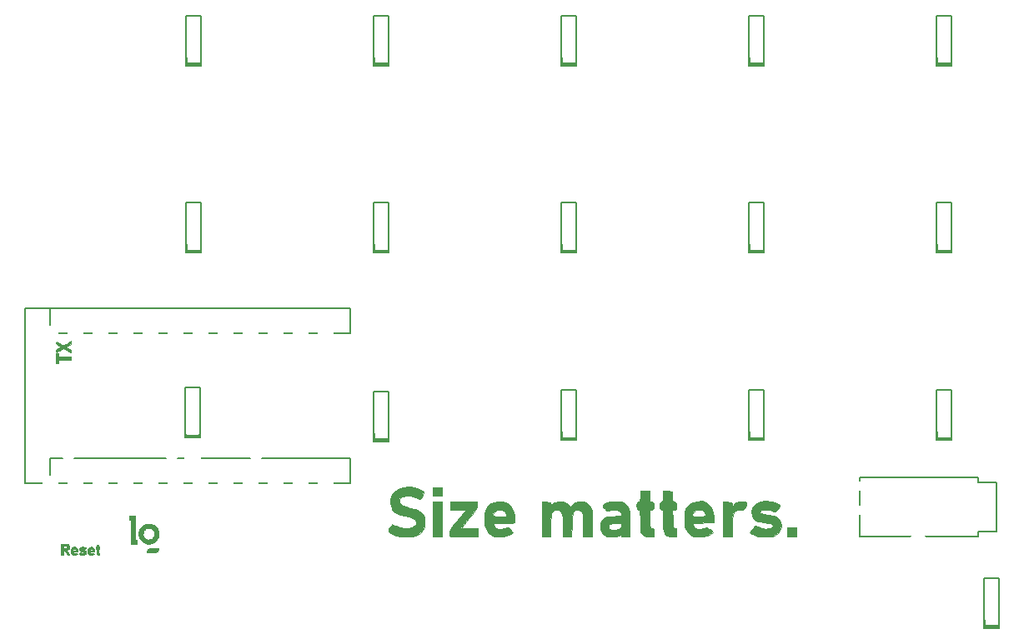
<source format=gbr>
G04 #@! TF.GenerationSoftware,KiCad,Pcbnew,(5.1.9)-1*
G04 #@! TF.CreationDate,2021-01-20T21:20:51-05:00*
G04 #@! TF.ProjectId,splitty,73706c69-7474-4792-9e6b-696361645f70,rev?*
G04 #@! TF.SameCoordinates,Original*
G04 #@! TF.FileFunction,Legend,Top*
G04 #@! TF.FilePolarity,Positive*
%FSLAX46Y46*%
G04 Gerber Fmt 4.6, Leading zero omitted, Abs format (unit mm)*
G04 Created by KiCad (PCBNEW (5.1.9)-1) date 2021-01-20 21:20:51*
%MOMM*%
%LPD*%
G01*
G04 APERTURE LIST*
%ADD10C,0.010000*%
%ADD11C,0.150000*%
%ADD12C,1.626000*%
%ADD13C,2.302000*%
%ADD14C,1.702000*%
%ADD15C,2.352000*%
%ADD16C,4.089800*%
%ADD17C,1.852000*%
%ADD18C,2.102000*%
%ADD19C,1.802000*%
%ADD20C,1.302000*%
G04 APERTURE END LIST*
D10*
G36*
X151000400Y-97775800D02*
G01*
X151000400Y-98182200D01*
X152219600Y-98182200D01*
X152219600Y-98461600D01*
X151000400Y-98461600D01*
X151000400Y-98868000D01*
X150746400Y-98868000D01*
X150746400Y-97775800D01*
X151000400Y-97775800D01*
G37*
X151000400Y-97775800D02*
X151000400Y-98182200D01*
X152219600Y-98182200D01*
X152219600Y-98461600D01*
X151000400Y-98461600D01*
X151000400Y-98868000D01*
X150746400Y-98868000D01*
X150746400Y-97775800D01*
X151000400Y-97775800D01*
G36*
X150975000Y-97315812D02*
G01*
X151069251Y-97258802D01*
X151144596Y-97210922D01*
X151191912Y-97178113D01*
X151203517Y-97166989D01*
X151182883Y-97149494D01*
X151127370Y-97113223D01*
X151046443Y-97064176D01*
X150985173Y-97028560D01*
X150891050Y-96972384D01*
X150814741Y-96922523D01*
X150766471Y-96885894D01*
X150755137Y-96872933D01*
X150749642Y-96830463D01*
X150749482Y-96759006D01*
X150751230Y-96724205D01*
X150759100Y-96606164D01*
X151089300Y-96800367D01*
X151206894Y-96869139D01*
X151310226Y-96928841D01*
X151390808Y-96974624D01*
X151440154Y-97001641D01*
X151450138Y-97006476D01*
X151482286Y-96998542D01*
X151548509Y-96968391D01*
X151639712Y-96920583D01*
X151746797Y-96859677D01*
X151767638Y-96847329D01*
X151883372Y-96778319D01*
X151990708Y-96714318D01*
X152078193Y-96662156D01*
X152134373Y-96628662D01*
X152137050Y-96627067D01*
X152219600Y-96577857D01*
X152219407Y-96725979D01*
X152219214Y-96874100D01*
X151978107Y-97013021D01*
X151880782Y-97070318D01*
X151802273Y-97118861D01*
X151751556Y-97152946D01*
X151737000Y-97166200D01*
X151757636Y-97183846D01*
X151813561Y-97220712D01*
X151895796Y-97271093D01*
X151978107Y-97319380D01*
X152219214Y-97458300D01*
X152219600Y-97754544D01*
X152137050Y-97705334D01*
X152083509Y-97673416D01*
X151997916Y-97622387D01*
X151891852Y-97559153D01*
X151776898Y-97490617D01*
X151771440Y-97487363D01*
X151664479Y-97424263D01*
X151573570Y-97371895D01*
X151507379Y-97335161D01*
X151474571Y-97318960D01*
X151472959Y-97318600D01*
X151446935Y-97330950D01*
X151385188Y-97365033D01*
X151295526Y-97416401D01*
X151185758Y-97480605D01*
X151116246Y-97521800D01*
X150998523Y-97591375D01*
X150896506Y-97650689D01*
X150817972Y-97695299D01*
X150770700Y-97720759D01*
X150760677Y-97725000D01*
X150752789Y-97702047D01*
X150747603Y-97642948D01*
X150746400Y-97588073D01*
X150746400Y-97451146D01*
X150975000Y-97315812D01*
G37*
X150975000Y-97315812D02*
X151069251Y-97258802D01*
X151144596Y-97210922D01*
X151191912Y-97178113D01*
X151203517Y-97166989D01*
X151182883Y-97149494D01*
X151127370Y-97113223D01*
X151046443Y-97064176D01*
X150985173Y-97028560D01*
X150891050Y-96972384D01*
X150814741Y-96922523D01*
X150766471Y-96885894D01*
X150755137Y-96872933D01*
X150749642Y-96830463D01*
X150749482Y-96759006D01*
X150751230Y-96724205D01*
X150759100Y-96606164D01*
X151089300Y-96800367D01*
X151206894Y-96869139D01*
X151310226Y-96928841D01*
X151390808Y-96974624D01*
X151440154Y-97001641D01*
X151450138Y-97006476D01*
X151482286Y-96998542D01*
X151548509Y-96968391D01*
X151639712Y-96920583D01*
X151746797Y-96859677D01*
X151767638Y-96847329D01*
X151883372Y-96778319D01*
X151990708Y-96714318D01*
X152078193Y-96662156D01*
X152134373Y-96628662D01*
X152137050Y-96627067D01*
X152219600Y-96577857D01*
X152219407Y-96725979D01*
X152219214Y-96874100D01*
X151978107Y-97013021D01*
X151880782Y-97070318D01*
X151802273Y-97118861D01*
X151751556Y-97152946D01*
X151737000Y-97166200D01*
X151757636Y-97183846D01*
X151813561Y-97220712D01*
X151895796Y-97271093D01*
X151978107Y-97319380D01*
X152219214Y-97458300D01*
X152219600Y-97754544D01*
X152137050Y-97705334D01*
X152083509Y-97673416D01*
X151997916Y-97622387D01*
X151891852Y-97559153D01*
X151776898Y-97490617D01*
X151771440Y-97487363D01*
X151664479Y-97424263D01*
X151573570Y-97371895D01*
X151507379Y-97335161D01*
X151474571Y-97318960D01*
X151472959Y-97318600D01*
X151446935Y-97330950D01*
X151385188Y-97365033D01*
X151295526Y-97416401D01*
X151185758Y-97480605D01*
X151116246Y-97521800D01*
X150998523Y-97591375D01*
X150896506Y-97650689D01*
X150817972Y-97695299D01*
X150770700Y-97720759D01*
X150760677Y-97725000D01*
X150752789Y-97702047D01*
X150747603Y-97642948D01*
X150746400Y-97588073D01*
X150746400Y-97451146D01*
X150975000Y-97315812D01*
D11*
X180608745Y-95786185D02*
X180608745Y-93246185D01*
X150128745Y-108486185D02*
X150128745Y-111026185D01*
X150128745Y-111026185D02*
X180608745Y-111026185D01*
X147588745Y-111026185D02*
X180608745Y-111026185D01*
X147588745Y-93246185D02*
X147588745Y-111026185D01*
X180608745Y-111026185D02*
X180608745Y-108486185D01*
X150128745Y-93246185D02*
X150128745Y-95786185D01*
X180608745Y-93246185D02*
X147588745Y-93246185D01*
X150128745Y-95786185D02*
X180608745Y-95786185D01*
X180608745Y-108486185D02*
X150128745Y-108486185D01*
X180608745Y-93246185D02*
X150128745Y-93246185D01*
D10*
G36*
X155052542Y-117371127D02*
G01*
X155057164Y-117438902D01*
X155065282Y-117476924D01*
X155080487Y-117494518D01*
X155102346Y-117500474D01*
X155129998Y-117509767D01*
X155142890Y-117534605D01*
X155146287Y-117586101D01*
X155146308Y-117593281D01*
X155144235Y-117646983D01*
X155133992Y-117672222D01*
X155109541Y-117679555D01*
X155096800Y-117679846D01*
X155047293Y-117679846D01*
X155052839Y-117889884D01*
X155055719Y-117982667D01*
X155059572Y-118043455D01*
X155066017Y-118079324D01*
X155076673Y-118097349D01*
X155093161Y-118104607D01*
X155102346Y-118106166D01*
X155128848Y-118114607D01*
X155141921Y-118137124D01*
X155146104Y-118184307D01*
X155146308Y-118208743D01*
X155146308Y-118305076D01*
X155042252Y-118305076D01*
X154974644Y-118301535D01*
X154930295Y-118287488D01*
X154893758Y-118257795D01*
X154890829Y-118254717D01*
X154871567Y-118231883D01*
X154858111Y-118206462D01*
X154849184Y-118171015D01*
X154843504Y-118118107D01*
X154839794Y-118040299D01*
X154837063Y-117942101D01*
X154834102Y-117836272D01*
X154830605Y-117763421D01*
X154825549Y-117717451D01*
X154817915Y-117692267D01*
X154806678Y-117681772D01*
X154793101Y-117679846D01*
X154769535Y-117673578D01*
X154758405Y-117648264D01*
X154755540Y-117594139D01*
X154755538Y-117591923D01*
X154758168Y-117536850D01*
X154768902Y-117510827D01*
X154792009Y-117504013D01*
X154793683Y-117503999D01*
X154814997Y-117499089D01*
X154827545Y-117478597D01*
X154834439Y-117433884D01*
X154837644Y-117381884D01*
X154843461Y-117259769D01*
X154945080Y-117253896D01*
X155046699Y-117248024D01*
X155052542Y-117371127D01*
G37*
X155052542Y-117371127D02*
X155057164Y-117438902D01*
X155065282Y-117476924D01*
X155080487Y-117494518D01*
X155102346Y-117500474D01*
X155129998Y-117509767D01*
X155142890Y-117534605D01*
X155146287Y-117586101D01*
X155146308Y-117593281D01*
X155144235Y-117646983D01*
X155133992Y-117672222D01*
X155109541Y-117679555D01*
X155096800Y-117679846D01*
X155047293Y-117679846D01*
X155052839Y-117889884D01*
X155055719Y-117982667D01*
X155059572Y-118043455D01*
X155066017Y-118079324D01*
X155076673Y-118097349D01*
X155093161Y-118104607D01*
X155102346Y-118106166D01*
X155128848Y-118114607D01*
X155141921Y-118137124D01*
X155146104Y-118184307D01*
X155146308Y-118208743D01*
X155146308Y-118305076D01*
X155042252Y-118305076D01*
X154974644Y-118301535D01*
X154930295Y-118287488D01*
X154893758Y-118257795D01*
X154890829Y-118254717D01*
X154871567Y-118231883D01*
X154858111Y-118206462D01*
X154849184Y-118171015D01*
X154843504Y-118118107D01*
X154839794Y-118040299D01*
X154837063Y-117942101D01*
X154834102Y-117836272D01*
X154830605Y-117763421D01*
X154825549Y-117717451D01*
X154817915Y-117692267D01*
X154806678Y-117681772D01*
X154793101Y-117679846D01*
X154769535Y-117673578D01*
X154758405Y-117648264D01*
X154755540Y-117594139D01*
X154755538Y-117591923D01*
X154758168Y-117536850D01*
X154768902Y-117510827D01*
X154792009Y-117504013D01*
X154793683Y-117503999D01*
X154814997Y-117499089D01*
X154827545Y-117478597D01*
X154834439Y-117433884D01*
X154837644Y-117381884D01*
X154843461Y-117259769D01*
X154945080Y-117253896D01*
X155046699Y-117248024D01*
X155052542Y-117371127D01*
G36*
X153530815Y-117498900D02*
G01*
X153600138Y-117509903D01*
X153658627Y-117530985D01*
X153676411Y-117539799D01*
X153724518Y-117568055D01*
X153744162Y-117593797D01*
X153735748Y-117626293D01*
X153699681Y-117674812D01*
X153683162Y-117694306D01*
X153657482Y-117720486D01*
X153632312Y-117728167D01*
X153592850Y-117719156D01*
X153563145Y-117708960D01*
X153473879Y-117685421D01*
X153395085Y-117679272D01*
X153333865Y-117689691D01*
X153297317Y-117715856D01*
X153290154Y-117740551D01*
X153292326Y-117771695D01*
X153295038Y-117778495D01*
X153315186Y-117781678D01*
X153364942Y-117789382D01*
X153435289Y-117800214D01*
X153471130Y-117805716D01*
X153554766Y-117821222D01*
X153628453Y-117839651D01*
X153679877Y-117857766D01*
X153690171Y-117863323D01*
X153735835Y-117914605D01*
X153761724Y-117987836D01*
X153767463Y-118071045D01*
X153752676Y-118152258D01*
X153716988Y-118219503D01*
X153701837Y-118235447D01*
X153623200Y-118283415D01*
X153520354Y-118312449D01*
X153403985Y-118321201D01*
X153284778Y-118308327D01*
X153231538Y-118294651D01*
X153153330Y-118267175D01*
X153093623Y-118240081D01*
X153060162Y-118217162D01*
X153055692Y-118208534D01*
X153067076Y-118187761D01*
X153095943Y-118148509D01*
X153114213Y-118125754D01*
X153172733Y-118054758D01*
X153275405Y-118093884D01*
X153356212Y-118116735D01*
X153433710Y-118125076D01*
X153501042Y-118120254D01*
X153551350Y-118103612D01*
X153577775Y-118076494D01*
X153573459Y-118040246D01*
X153570932Y-118035947D01*
X153541290Y-118013919D01*
X153480167Y-117995275D01*
X153393655Y-117980170D01*
X153291987Y-117963180D01*
X153220790Y-117943921D01*
X153171476Y-117918895D01*
X153135458Y-117884603D01*
X153125079Y-117870732D01*
X153101046Y-117808326D01*
X153096681Y-117729055D01*
X153112030Y-117649847D01*
X153124408Y-117620591D01*
X153168985Y-117561196D01*
X153233778Y-117522041D01*
X153324383Y-117500883D01*
X153436692Y-117495391D01*
X153530815Y-117498900D01*
G37*
X153530815Y-117498900D02*
X153600138Y-117509903D01*
X153658627Y-117530985D01*
X153676411Y-117539799D01*
X153724518Y-117568055D01*
X153744162Y-117593797D01*
X153735748Y-117626293D01*
X153699681Y-117674812D01*
X153683162Y-117694306D01*
X153657482Y-117720486D01*
X153632312Y-117728167D01*
X153592850Y-117719156D01*
X153563145Y-117708960D01*
X153473879Y-117685421D01*
X153395085Y-117679272D01*
X153333865Y-117689691D01*
X153297317Y-117715856D01*
X153290154Y-117740551D01*
X153292326Y-117771695D01*
X153295038Y-117778495D01*
X153315186Y-117781678D01*
X153364942Y-117789382D01*
X153435289Y-117800214D01*
X153471130Y-117805716D01*
X153554766Y-117821222D01*
X153628453Y-117839651D01*
X153679877Y-117857766D01*
X153690171Y-117863323D01*
X153735835Y-117914605D01*
X153761724Y-117987836D01*
X153767463Y-118071045D01*
X153752676Y-118152258D01*
X153716988Y-118219503D01*
X153701837Y-118235447D01*
X153623200Y-118283415D01*
X153520354Y-118312449D01*
X153403985Y-118321201D01*
X153284778Y-118308327D01*
X153231538Y-118294651D01*
X153153330Y-118267175D01*
X153093623Y-118240081D01*
X153060162Y-118217162D01*
X153055692Y-118208534D01*
X153067076Y-118187761D01*
X153095943Y-118148509D01*
X153114213Y-118125754D01*
X153172733Y-118054758D01*
X153275405Y-118093884D01*
X153356212Y-118116735D01*
X153433710Y-118125076D01*
X153501042Y-118120254D01*
X153551350Y-118103612D01*
X153577775Y-118076494D01*
X153573459Y-118040246D01*
X153570932Y-118035947D01*
X153541290Y-118013919D01*
X153480167Y-117995275D01*
X153393655Y-117980170D01*
X153291987Y-117963180D01*
X153220790Y-117943921D01*
X153171476Y-117918895D01*
X153135458Y-117884603D01*
X153125079Y-117870732D01*
X153101046Y-117808326D01*
X153096681Y-117729055D01*
X153112030Y-117649847D01*
X153124408Y-117620591D01*
X153168985Y-117561196D01*
X153233778Y-117522041D01*
X153324383Y-117500883D01*
X153436692Y-117495391D01*
X153530815Y-117498900D01*
G36*
X151677350Y-117173420D02*
G01*
X151780021Y-117179255D01*
X151856504Y-117191016D01*
X151913199Y-117210371D01*
X151956507Y-117238986D01*
X151992830Y-117278528D01*
X152002595Y-117291750D01*
X152027615Y-117333067D01*
X152041916Y-117377720D01*
X152048260Y-117438415D01*
X152049461Y-117507451D01*
X152043834Y-117610487D01*
X152023538Y-117686527D01*
X151983451Y-117746468D01*
X151918448Y-117801207D01*
X151907954Y-117808474D01*
X151848192Y-117849179D01*
X151965647Y-118052705D01*
X152012240Y-118134050D01*
X152051800Y-118204254D01*
X152080090Y-118255720D01*
X152092794Y-118280653D01*
X152087125Y-118294699D01*
X152052897Y-118302484D01*
X151985157Y-118305063D01*
X151978143Y-118305076D01*
X151853797Y-118305076D01*
X151727924Y-118080384D01*
X151676282Y-117989044D01*
X151638797Y-117926527D01*
X151610852Y-117887382D01*
X151587832Y-117866161D01*
X151565118Y-117857414D01*
X151538095Y-117855692D01*
X151473077Y-117855692D01*
X151473077Y-118305076D01*
X151258154Y-118305076D01*
X151258154Y-117367230D01*
X151473077Y-117367230D01*
X151473077Y-117640769D01*
X151622961Y-117640769D01*
X151710812Y-117638097D01*
X151768325Y-117629101D01*
X151803936Y-117612311D01*
X151808577Y-117608433D01*
X151837560Y-117558737D01*
X151842891Y-117494745D01*
X151824842Y-117433059D01*
X151805231Y-117406307D01*
X151777029Y-117385287D01*
X151737934Y-117373268D01*
X151677439Y-117368038D01*
X151619615Y-117367230D01*
X151473077Y-117367230D01*
X151258154Y-117367230D01*
X151258154Y-117171846D01*
X151542089Y-117171846D01*
X151677350Y-117173420D01*
G37*
X151677350Y-117173420D02*
X151780021Y-117179255D01*
X151856504Y-117191016D01*
X151913199Y-117210371D01*
X151956507Y-117238986D01*
X151992830Y-117278528D01*
X152002595Y-117291750D01*
X152027615Y-117333067D01*
X152041916Y-117377720D01*
X152048260Y-117438415D01*
X152049461Y-117507451D01*
X152043834Y-117610487D01*
X152023538Y-117686527D01*
X151983451Y-117746468D01*
X151918448Y-117801207D01*
X151907954Y-117808474D01*
X151848192Y-117849179D01*
X151965647Y-118052705D01*
X152012240Y-118134050D01*
X152051800Y-118204254D01*
X152080090Y-118255720D01*
X152092794Y-118280653D01*
X152087125Y-118294699D01*
X152052897Y-118302484D01*
X151985157Y-118305063D01*
X151978143Y-118305076D01*
X151853797Y-118305076D01*
X151727924Y-118080384D01*
X151676282Y-117989044D01*
X151638797Y-117926527D01*
X151610852Y-117887382D01*
X151587832Y-117866161D01*
X151565118Y-117857414D01*
X151538095Y-117855692D01*
X151473077Y-117855692D01*
X151473077Y-118305076D01*
X151258154Y-118305076D01*
X151258154Y-117367230D01*
X151473077Y-117367230D01*
X151473077Y-117640769D01*
X151622961Y-117640769D01*
X151710812Y-117638097D01*
X151768325Y-117629101D01*
X151803936Y-117612311D01*
X151808577Y-117608433D01*
X151837560Y-117558737D01*
X151842891Y-117494745D01*
X151824842Y-117433059D01*
X151805231Y-117406307D01*
X151777029Y-117385287D01*
X151737934Y-117373268D01*
X151677439Y-117368038D01*
X151619615Y-117367230D01*
X151473077Y-117367230D01*
X151258154Y-117367230D01*
X151258154Y-117171846D01*
X151542089Y-117171846D01*
X151677350Y-117173420D01*
G36*
X154319631Y-117493802D02*
G01*
X154402993Y-117509745D01*
X154456075Y-117535038D01*
X154528692Y-117611869D01*
X154581159Y-117717361D01*
X154610389Y-117845023D01*
X154612412Y-117863871D01*
X154624420Y-117992461D01*
X154369424Y-117992461D01*
X154265729Y-117992729D01*
X154195142Y-117994176D01*
X154151698Y-117997772D01*
X154129428Y-118004484D01*
X154122365Y-118015280D01*
X154124541Y-118031127D01*
X154124803Y-118032136D01*
X154156370Y-118082156D01*
X154214223Y-118115555D01*
X154288160Y-118129705D01*
X154367983Y-118121978D01*
X154413063Y-118106388D01*
X154448969Y-118094953D01*
X154479234Y-118103644D01*
X154519076Y-118137088D01*
X154521444Y-118139351D01*
X154557910Y-118177720D01*
X154578201Y-118205736D01*
X154579692Y-118210642D01*
X154562131Y-118233608D01*
X154516145Y-118259603D01*
X154451779Y-118284798D01*
X154379077Y-118305364D01*
X154308086Y-118317473D01*
X154296959Y-118318412D01*
X154220381Y-118320253D01*
X154164132Y-118310689D01*
X154110296Y-118286319D01*
X154101578Y-118281326D01*
X154012092Y-118208735D01*
X153952498Y-118112349D01*
X153922521Y-117991427D01*
X153921886Y-117845228D01*
X153922971Y-117835048D01*
X154120063Y-117835048D01*
X154120893Y-117836727D01*
X154144940Y-117846171D01*
X154196979Y-117852963D01*
X154265941Y-117855688D01*
X154268843Y-117855692D01*
X154345353Y-117853607D01*
X154390805Y-117846262D01*
X154413051Y-117832022D01*
X154416904Y-117824858D01*
X154414277Y-117789069D01*
X154391764Y-117744370D01*
X154389908Y-117741820D01*
X154334523Y-117695001D01*
X154269004Y-117679444D01*
X154204403Y-117694397D01*
X154151772Y-117739107D01*
X154139634Y-117758856D01*
X154122075Y-117803968D01*
X154120063Y-117835048D01*
X153922971Y-117835048D01*
X153925865Y-117807921D01*
X153957937Y-117685556D01*
X154020975Y-117586688D01*
X154077903Y-117535183D01*
X154142193Y-117506527D01*
X154227734Y-117492732D01*
X154319631Y-117493802D01*
G37*
X154319631Y-117493802D02*
X154402993Y-117509745D01*
X154456075Y-117535038D01*
X154528692Y-117611869D01*
X154581159Y-117717361D01*
X154610389Y-117845023D01*
X154612412Y-117863871D01*
X154624420Y-117992461D01*
X154369424Y-117992461D01*
X154265729Y-117992729D01*
X154195142Y-117994176D01*
X154151698Y-117997772D01*
X154129428Y-118004484D01*
X154122365Y-118015280D01*
X154124541Y-118031127D01*
X154124803Y-118032136D01*
X154156370Y-118082156D01*
X154214223Y-118115555D01*
X154288160Y-118129705D01*
X154367983Y-118121978D01*
X154413063Y-118106388D01*
X154448969Y-118094953D01*
X154479234Y-118103644D01*
X154519076Y-118137088D01*
X154521444Y-118139351D01*
X154557910Y-118177720D01*
X154578201Y-118205736D01*
X154579692Y-118210642D01*
X154562131Y-118233608D01*
X154516145Y-118259603D01*
X154451779Y-118284798D01*
X154379077Y-118305364D01*
X154308086Y-118317473D01*
X154296959Y-118318412D01*
X154220381Y-118320253D01*
X154164132Y-118310689D01*
X154110296Y-118286319D01*
X154101578Y-118281326D01*
X154012092Y-118208735D01*
X153952498Y-118112349D01*
X153922521Y-117991427D01*
X153921886Y-117845228D01*
X153922971Y-117835048D01*
X154120063Y-117835048D01*
X154120893Y-117836727D01*
X154144940Y-117846171D01*
X154196979Y-117852963D01*
X154265941Y-117855688D01*
X154268843Y-117855692D01*
X154345353Y-117853607D01*
X154390805Y-117846262D01*
X154413051Y-117832022D01*
X154416904Y-117824858D01*
X154414277Y-117789069D01*
X154391764Y-117744370D01*
X154389908Y-117741820D01*
X154334523Y-117695001D01*
X154269004Y-117679444D01*
X154204403Y-117694397D01*
X154151772Y-117739107D01*
X154139634Y-117758856D01*
X154122075Y-117803968D01*
X154120063Y-117835048D01*
X153922971Y-117835048D01*
X153925865Y-117807921D01*
X153957937Y-117685556D01*
X154020975Y-117586688D01*
X154077903Y-117535183D01*
X154142193Y-117506527D01*
X154227734Y-117492732D01*
X154319631Y-117493802D01*
G36*
X152737758Y-117525803D02*
G01*
X152817989Y-117590392D01*
X152876707Y-117682794D01*
X152910958Y-117799958D01*
X152918814Y-117899653D01*
X152918923Y-117992461D01*
X152674692Y-117992461D01*
X152563365Y-117993632D01*
X152487642Y-117998230D01*
X152444090Y-118007879D01*
X152429277Y-118024207D01*
X152439772Y-118048840D01*
X152472142Y-118083402D01*
X152475682Y-118086748D01*
X152537168Y-118119964D01*
X152617700Y-118129091D01*
X152704664Y-118112942D01*
X152714949Y-118109243D01*
X152753924Y-118100234D01*
X152790345Y-118110558D01*
X152836498Y-118141869D01*
X152905477Y-118194481D01*
X152851459Y-118237554D01*
X152751299Y-118294615D01*
X152638014Y-118321771D01*
X152522353Y-118318304D01*
X152415063Y-118283501D01*
X152388514Y-118268379D01*
X152319474Y-118212427D01*
X152272995Y-118142920D01*
X152246103Y-118052688D01*
X152235826Y-117934558D01*
X152235506Y-117899258D01*
X152242720Y-117810251D01*
X152430461Y-117810251D01*
X152432731Y-117833383D01*
X152445013Y-117846945D01*
X152475519Y-117853483D01*
X152532460Y-117855544D01*
X152577000Y-117855692D01*
X152651535Y-117855083D01*
X152695227Y-117851428D01*
X152716304Y-117841982D01*
X152723000Y-117824002D01*
X152723538Y-117806846D01*
X152705902Y-117746941D01*
X152659883Y-117701678D01*
X152595815Y-117680406D01*
X152583144Y-117679846D01*
X152519226Y-117694864D01*
X152465712Y-117733265D01*
X152434285Y-117785070D01*
X152430461Y-117810251D01*
X152242720Y-117810251D01*
X152246773Y-117760253D01*
X152280678Y-117652017D01*
X152338704Y-117572465D01*
X152422330Y-117519512D01*
X152524577Y-117492280D01*
X152638969Y-117492082D01*
X152737758Y-117525803D01*
G37*
X152737758Y-117525803D02*
X152817989Y-117590392D01*
X152876707Y-117682794D01*
X152910958Y-117799958D01*
X152918814Y-117899653D01*
X152918923Y-117992461D01*
X152674692Y-117992461D01*
X152563365Y-117993632D01*
X152487642Y-117998230D01*
X152444090Y-118007879D01*
X152429277Y-118024207D01*
X152439772Y-118048840D01*
X152472142Y-118083402D01*
X152475682Y-118086748D01*
X152537168Y-118119964D01*
X152617700Y-118129091D01*
X152704664Y-118112942D01*
X152714949Y-118109243D01*
X152753924Y-118100234D01*
X152790345Y-118110558D01*
X152836498Y-118141869D01*
X152905477Y-118194481D01*
X152851459Y-118237554D01*
X152751299Y-118294615D01*
X152638014Y-118321771D01*
X152522353Y-118318304D01*
X152415063Y-118283501D01*
X152388514Y-118268379D01*
X152319474Y-118212427D01*
X152272995Y-118142920D01*
X152246103Y-118052688D01*
X152235826Y-117934558D01*
X152235506Y-117899258D01*
X152242720Y-117810251D01*
X152430461Y-117810251D01*
X152432731Y-117833383D01*
X152445013Y-117846945D01*
X152475519Y-117853483D01*
X152532460Y-117855544D01*
X152577000Y-117855692D01*
X152651535Y-117855083D01*
X152695227Y-117851428D01*
X152716304Y-117841982D01*
X152723000Y-117824002D01*
X152723538Y-117806846D01*
X152705902Y-117746941D01*
X152659883Y-117701678D01*
X152595815Y-117680406D01*
X152583144Y-117679846D01*
X152519226Y-117694864D01*
X152465712Y-117733265D01*
X152434285Y-117785070D01*
X152430461Y-117810251D01*
X152242720Y-117810251D01*
X152246773Y-117760253D01*
X152280678Y-117652017D01*
X152338704Y-117572465D01*
X152422330Y-117519512D01*
X152524577Y-117492280D01*
X152638969Y-117492082D01*
X152737758Y-117525803D01*
D11*
X163957000Y-63500000D02*
X163957000Y-68580000D01*
X163957000Y-68580000D02*
X165481000Y-68580000D01*
X165481000Y-68580000D02*
X165481000Y-63500000D01*
X165481000Y-63500000D02*
X163957000Y-63500000D01*
X163957000Y-63500000D02*
X163957000Y-64008000D01*
X163957000Y-68199000D02*
X165481000Y-68199000D01*
X165481000Y-68326000D02*
X163957000Y-68326000D01*
X163957000Y-68453000D02*
X165481000Y-68453000D01*
X165481000Y-68072000D02*
X163957000Y-68072000D01*
X163957000Y-67945000D02*
X165481000Y-67945000D01*
X163957000Y-67818000D02*
X165481000Y-67818000D01*
X183007000Y-63500000D02*
X183007000Y-68580000D01*
X183007000Y-68580000D02*
X184531000Y-68580000D01*
X184531000Y-68580000D02*
X184531000Y-63500000D01*
X184531000Y-63500000D02*
X183007000Y-63500000D01*
X183007000Y-63500000D02*
X183007000Y-64008000D01*
X183007000Y-68199000D02*
X184531000Y-68199000D01*
X184531000Y-68326000D02*
X183007000Y-68326000D01*
X183007000Y-68453000D02*
X184531000Y-68453000D01*
X184531000Y-68072000D02*
X183007000Y-68072000D01*
X183007000Y-67945000D02*
X184531000Y-67945000D01*
X183007000Y-67818000D02*
X184531000Y-67818000D01*
X202057000Y-63500000D02*
X202057000Y-68580000D01*
X202057000Y-68580000D02*
X203581000Y-68580000D01*
X203581000Y-68580000D02*
X203581000Y-63500000D01*
X203581000Y-63500000D02*
X202057000Y-63500000D01*
X202057000Y-63500000D02*
X202057000Y-64008000D01*
X202057000Y-68199000D02*
X203581000Y-68199000D01*
X203581000Y-68326000D02*
X202057000Y-68326000D01*
X202057000Y-68453000D02*
X203581000Y-68453000D01*
X203581000Y-68072000D02*
X202057000Y-68072000D01*
X202057000Y-67945000D02*
X203581000Y-67945000D01*
X202057000Y-67818000D02*
X203581000Y-67818000D01*
X221107000Y-63500000D02*
X221107000Y-68580000D01*
X221107000Y-68580000D02*
X222631000Y-68580000D01*
X222631000Y-68580000D02*
X222631000Y-63500000D01*
X222631000Y-63500000D02*
X221107000Y-63500000D01*
X221107000Y-63500000D02*
X221107000Y-64008000D01*
X221107000Y-68199000D02*
X222631000Y-68199000D01*
X222631000Y-68326000D02*
X221107000Y-68326000D01*
X221107000Y-68453000D02*
X222631000Y-68453000D01*
X222631000Y-68072000D02*
X221107000Y-68072000D01*
X221107000Y-67945000D02*
X222631000Y-67945000D01*
X221107000Y-67818000D02*
X222631000Y-67818000D01*
X240157000Y-63500000D02*
X240157000Y-68580000D01*
X240157000Y-68580000D02*
X241681000Y-68580000D01*
X241681000Y-68580000D02*
X241681000Y-63500000D01*
X241681000Y-63500000D02*
X240157000Y-63500000D01*
X240157000Y-63500000D02*
X240157000Y-64008000D01*
X240157000Y-68199000D02*
X241681000Y-68199000D01*
X241681000Y-68326000D02*
X240157000Y-68326000D01*
X240157000Y-68453000D02*
X241681000Y-68453000D01*
X241681000Y-68072000D02*
X240157000Y-68072000D01*
X240157000Y-67945000D02*
X241681000Y-67945000D01*
X240157000Y-67818000D02*
X241681000Y-67818000D01*
X163957000Y-82513000D02*
X163957000Y-87593000D01*
X163957000Y-87593000D02*
X165481000Y-87593000D01*
X165481000Y-87593000D02*
X165481000Y-82513000D01*
X165481000Y-82513000D02*
X163957000Y-82513000D01*
X163957000Y-82513000D02*
X163957000Y-83021000D01*
X163957000Y-87212000D02*
X165481000Y-87212000D01*
X165481000Y-87339000D02*
X163957000Y-87339000D01*
X163957000Y-87466000D02*
X165481000Y-87466000D01*
X165481000Y-87085000D02*
X163957000Y-87085000D01*
X163957000Y-86958000D02*
X165481000Y-86958000D01*
X163957000Y-86831000D02*
X165481000Y-86831000D01*
X183007000Y-82510000D02*
X183007000Y-87590000D01*
X183007000Y-87590000D02*
X184531000Y-87590000D01*
X184531000Y-87590000D02*
X184531000Y-82510000D01*
X184531000Y-82510000D02*
X183007000Y-82510000D01*
X183007000Y-82510000D02*
X183007000Y-83018000D01*
X183007000Y-87209000D02*
X184531000Y-87209000D01*
X184531000Y-87336000D02*
X183007000Y-87336000D01*
X183007000Y-87463000D02*
X184531000Y-87463000D01*
X184531000Y-87082000D02*
X183007000Y-87082000D01*
X183007000Y-86955000D02*
X184531000Y-86955000D01*
X183007000Y-86828000D02*
X184531000Y-86828000D01*
X202057000Y-82513000D02*
X202057000Y-87593000D01*
X202057000Y-87593000D02*
X203581000Y-87593000D01*
X203581000Y-87593000D02*
X203581000Y-82513000D01*
X203581000Y-82513000D02*
X202057000Y-82513000D01*
X202057000Y-82513000D02*
X202057000Y-83021000D01*
X202057000Y-87212000D02*
X203581000Y-87212000D01*
X203581000Y-87339000D02*
X202057000Y-87339000D01*
X202057000Y-87466000D02*
X203581000Y-87466000D01*
X203581000Y-87085000D02*
X202057000Y-87085000D01*
X202057000Y-86958000D02*
X203581000Y-86958000D01*
X202057000Y-86831000D02*
X203581000Y-86831000D01*
X221107000Y-82510000D02*
X221107000Y-87590000D01*
X221107000Y-87590000D02*
X222631000Y-87590000D01*
X222631000Y-87590000D02*
X222631000Y-82510000D01*
X222631000Y-82510000D02*
X221107000Y-82510000D01*
X221107000Y-82510000D02*
X221107000Y-83018000D01*
X221107000Y-87209000D02*
X222631000Y-87209000D01*
X222631000Y-87336000D02*
X221107000Y-87336000D01*
X221107000Y-87463000D02*
X222631000Y-87463000D01*
X222631000Y-87082000D02*
X221107000Y-87082000D01*
X221107000Y-86955000D02*
X222631000Y-86955000D01*
X221107000Y-86828000D02*
X222631000Y-86828000D01*
X240157000Y-82510000D02*
X240157000Y-87590000D01*
X240157000Y-87590000D02*
X241681000Y-87590000D01*
X241681000Y-87590000D02*
X241681000Y-82510000D01*
X241681000Y-82510000D02*
X240157000Y-82510000D01*
X240157000Y-82510000D02*
X240157000Y-83018000D01*
X240157000Y-87209000D02*
X241681000Y-87209000D01*
X241681000Y-87336000D02*
X240157000Y-87336000D01*
X240157000Y-87463000D02*
X241681000Y-87463000D01*
X241681000Y-87082000D02*
X240157000Y-87082000D01*
X240157000Y-86955000D02*
X241681000Y-86955000D01*
X240157000Y-86828000D02*
X241681000Y-86828000D01*
X163830000Y-101309000D02*
X163830000Y-106389000D01*
X163830000Y-106389000D02*
X165354000Y-106389000D01*
X165354000Y-106389000D02*
X165354000Y-101309000D01*
X165354000Y-101309000D02*
X163830000Y-101309000D01*
X163830000Y-101309000D02*
X163830000Y-101817000D01*
X163830000Y-106008000D02*
X165354000Y-106008000D01*
X165354000Y-106135000D02*
X163830000Y-106135000D01*
X163830000Y-106262000D02*
X165354000Y-106262000D01*
X165354000Y-105881000D02*
X163830000Y-105881000D01*
X163830000Y-105754000D02*
X165354000Y-105754000D01*
X163830000Y-105627000D02*
X165354000Y-105627000D01*
X183007000Y-101687000D02*
X183007000Y-106767000D01*
X183007000Y-106767000D02*
X184531000Y-106767000D01*
X184531000Y-106767000D02*
X184531000Y-101687000D01*
X184531000Y-101687000D02*
X183007000Y-101687000D01*
X183007000Y-101687000D02*
X183007000Y-102195000D01*
X183007000Y-106386000D02*
X184531000Y-106386000D01*
X184531000Y-106513000D02*
X183007000Y-106513000D01*
X183007000Y-106640000D02*
X184531000Y-106640000D01*
X184531000Y-106259000D02*
X183007000Y-106259000D01*
X183007000Y-106132000D02*
X184531000Y-106132000D01*
X183007000Y-106005000D02*
X184531000Y-106005000D01*
X202057000Y-101563000D02*
X202057000Y-106643000D01*
X202057000Y-106643000D02*
X203581000Y-106643000D01*
X203581000Y-106643000D02*
X203581000Y-101563000D01*
X203581000Y-101563000D02*
X202057000Y-101563000D01*
X202057000Y-101563000D02*
X202057000Y-102071000D01*
X202057000Y-106262000D02*
X203581000Y-106262000D01*
X203581000Y-106389000D02*
X202057000Y-106389000D01*
X202057000Y-106516000D02*
X203581000Y-106516000D01*
X203581000Y-106135000D02*
X202057000Y-106135000D01*
X202057000Y-106008000D02*
X203581000Y-106008000D01*
X202057000Y-105881000D02*
X203581000Y-105881000D01*
X221107000Y-101560000D02*
X221107000Y-106640000D01*
X221107000Y-106640000D02*
X222631000Y-106640000D01*
X222631000Y-106640000D02*
X222631000Y-101560000D01*
X222631000Y-101560000D02*
X221107000Y-101560000D01*
X221107000Y-101560000D02*
X221107000Y-102068000D01*
X221107000Y-106259000D02*
X222631000Y-106259000D01*
X222631000Y-106386000D02*
X221107000Y-106386000D01*
X221107000Y-106513000D02*
X222631000Y-106513000D01*
X222631000Y-106132000D02*
X221107000Y-106132000D01*
X221107000Y-106005000D02*
X222631000Y-106005000D01*
X221107000Y-105878000D02*
X222631000Y-105878000D01*
X240157000Y-101563000D02*
X240157000Y-106643000D01*
X240157000Y-106643000D02*
X241681000Y-106643000D01*
X241681000Y-106643000D02*
X241681000Y-101563000D01*
X241681000Y-101563000D02*
X240157000Y-101563000D01*
X240157000Y-101563000D02*
X240157000Y-102071000D01*
X240157000Y-106262000D02*
X241681000Y-106262000D01*
X241681000Y-106389000D02*
X240157000Y-106389000D01*
X240157000Y-106516000D02*
X241681000Y-106516000D01*
X241681000Y-106135000D02*
X240157000Y-106135000D01*
X240157000Y-106008000D02*
X241681000Y-106008000D01*
X240157000Y-105881000D02*
X241681000Y-105881000D01*
X244983000Y-120650000D02*
X244983000Y-125730000D01*
X244983000Y-125730000D02*
X246507000Y-125730000D01*
X246507000Y-125730000D02*
X246507000Y-120650000D01*
X246507000Y-120650000D02*
X244983000Y-120650000D01*
X244983000Y-120650000D02*
X244983000Y-121158000D01*
X244983000Y-125349000D02*
X246507000Y-125349000D01*
X246507000Y-125476000D02*
X244983000Y-125476000D01*
X244983000Y-125603000D02*
X246507000Y-125603000D01*
X246507000Y-125222000D02*
X244983000Y-125222000D01*
X244983000Y-125095000D02*
X246507000Y-125095000D01*
X244983000Y-124968000D02*
X246507000Y-124968000D01*
X232348000Y-110411000D02*
X244348000Y-110411000D01*
X232348000Y-116411000D02*
X232348000Y-110411000D01*
X244348000Y-116411000D02*
X232348000Y-116411000D01*
X244348000Y-110411000D02*
X244348000Y-110911000D01*
X244348000Y-115911000D02*
X246248000Y-115911000D01*
X244348000Y-110911000D02*
X246248000Y-110911000D01*
X244348000Y-116411000D02*
X244348000Y-115911000D01*
X246248000Y-110911000D02*
X246248000Y-115911000D01*
D10*
G36*
X189894374Y-112318109D02*
G01*
X188944034Y-112318109D01*
X188944034Y-111454164D01*
X189894374Y-111454164D01*
X189894374Y-112318109D01*
G37*
X189894374Y-112318109D02*
X188944034Y-112318109D01*
X188944034Y-111454164D01*
X189894374Y-111454164D01*
X189894374Y-112318109D01*
G36*
X225920905Y-116465048D02*
G01*
X224970565Y-116465048D01*
X224970565Y-115514708D01*
X225920905Y-115514708D01*
X225920905Y-116465048D01*
G37*
X225920905Y-116465048D02*
X224970565Y-116465048D01*
X224970565Y-115514708D01*
X225920905Y-115514708D01*
X225920905Y-116465048D01*
G36*
X223313500Y-112885756D02*
G01*
X223650028Y-112974080D01*
X223982078Y-113097160D01*
X224160593Y-113208797D01*
X224200541Y-113335809D01*
X224116888Y-113505014D01*
X224017720Y-113632948D01*
X223854341Y-113821238D01*
X223737454Y-113897014D01*
X223604483Y-113881781D01*
X223459459Y-113824780D01*
X223174480Y-113743703D01*
X222848916Y-113706024D01*
X222539578Y-113712027D01*
X222303275Y-113761997D01*
X222215452Y-113818551D01*
X222172604Y-113949660D01*
X222284514Y-114060028D01*
X222557052Y-114152743D01*
X222996087Y-114230895D01*
X223000028Y-114231434D01*
X223490484Y-114321361D01*
X223838771Y-114446793D01*
X224074593Y-114625467D01*
X224227654Y-114875119D01*
X224269360Y-114989347D01*
X224335757Y-115239794D01*
X224334602Y-115435859D01*
X224260743Y-115668675D01*
X224226163Y-115753265D01*
X224051964Y-116065920D01*
X223816714Y-116277423D01*
X223490630Y-116402183D01*
X223043926Y-116454609D01*
X222768851Y-116458227D01*
X222425821Y-116449946D01*
X222140806Y-116434147D01*
X221965496Y-116413916D01*
X221946755Y-116409167D01*
X221670812Y-116307011D01*
X221417427Y-116193072D01*
X221234396Y-116090869D01*
X221169204Y-116026583D01*
X221219222Y-115923831D01*
X221344674Y-115745804D01*
X221402452Y-115672527D01*
X221551411Y-115488071D01*
X221646981Y-115368036D01*
X221660755Y-115349999D01*
X221747561Y-115358115D01*
X221934436Y-115420869D01*
X222010670Y-115451727D01*
X222427571Y-115600938D01*
X222768207Y-115653307D01*
X223093732Y-115616740D01*
X223159516Y-115600231D01*
X223410195Y-115494686D01*
X223497241Y-115361433D01*
X223416619Y-115208029D01*
X223384294Y-115179112D01*
X223245578Y-115121766D01*
X222986777Y-115059660D01*
X222659775Y-115004873D01*
X222604493Y-114997580D01*
X222262662Y-114945688D01*
X221972129Y-114886281D01*
X221789398Y-114831149D01*
X221776146Y-114824718D01*
X221525415Y-114600492D01*
X221375479Y-114280549D01*
X221333108Y-113914141D01*
X221405069Y-113550515D01*
X221563533Y-113277605D01*
X221872009Y-113036438D01*
X222291993Y-112887032D01*
X222785239Y-112834950D01*
X223313500Y-112885756D01*
G37*
X223313500Y-112885756D02*
X223650028Y-112974080D01*
X223982078Y-113097160D01*
X224160593Y-113208797D01*
X224200541Y-113335809D01*
X224116888Y-113505014D01*
X224017720Y-113632948D01*
X223854341Y-113821238D01*
X223737454Y-113897014D01*
X223604483Y-113881781D01*
X223459459Y-113824780D01*
X223174480Y-113743703D01*
X222848916Y-113706024D01*
X222539578Y-113712027D01*
X222303275Y-113761997D01*
X222215452Y-113818551D01*
X222172604Y-113949660D01*
X222284514Y-114060028D01*
X222557052Y-114152743D01*
X222996087Y-114230895D01*
X223000028Y-114231434D01*
X223490484Y-114321361D01*
X223838771Y-114446793D01*
X224074593Y-114625467D01*
X224227654Y-114875119D01*
X224269360Y-114989347D01*
X224335757Y-115239794D01*
X224334602Y-115435859D01*
X224260743Y-115668675D01*
X224226163Y-115753265D01*
X224051964Y-116065920D01*
X223816714Y-116277423D01*
X223490630Y-116402183D01*
X223043926Y-116454609D01*
X222768851Y-116458227D01*
X222425821Y-116449946D01*
X222140806Y-116434147D01*
X221965496Y-116413916D01*
X221946755Y-116409167D01*
X221670812Y-116307011D01*
X221417427Y-116193072D01*
X221234396Y-116090869D01*
X221169204Y-116026583D01*
X221219222Y-115923831D01*
X221344674Y-115745804D01*
X221402452Y-115672527D01*
X221551411Y-115488071D01*
X221646981Y-115368036D01*
X221660755Y-115349999D01*
X221747561Y-115358115D01*
X221934436Y-115420869D01*
X222010670Y-115451727D01*
X222427571Y-115600938D01*
X222768207Y-115653307D01*
X223093732Y-115616740D01*
X223159516Y-115600231D01*
X223410195Y-115494686D01*
X223497241Y-115361433D01*
X223416619Y-115208029D01*
X223384294Y-115179112D01*
X223245578Y-115121766D01*
X222986777Y-115059660D01*
X222659775Y-115004873D01*
X222604493Y-114997580D01*
X222262662Y-114945688D01*
X221972129Y-114886281D01*
X221789398Y-114831149D01*
X221776146Y-114824718D01*
X221525415Y-114600492D01*
X221375479Y-114280549D01*
X221333108Y-113914141D01*
X221405069Y-113550515D01*
X221563533Y-113277605D01*
X221872009Y-113036438D01*
X222291993Y-112887032D01*
X222785239Y-112834950D01*
X223313500Y-112885756D01*
G36*
X220416175Y-112863366D02*
G01*
X220714592Y-112924830D01*
X220852880Y-113023621D01*
X220843297Y-113185283D01*
X220698101Y-113435356D01*
X220693721Y-113441690D01*
X220532395Y-113653258D01*
X220404422Y-113745833D01*
X220258385Y-113750990D01*
X220206479Y-113740899D01*
X219920829Y-113713179D01*
X219702417Y-113780939D01*
X219543959Y-113958593D01*
X219438168Y-114260551D01*
X219377761Y-114701227D01*
X219355451Y-115295032D01*
X219354918Y-115425538D01*
X219354918Y-116465048D01*
X218404578Y-116465048D01*
X218404578Y-112922871D01*
X218879748Y-112922871D01*
X219154348Y-112930371D01*
X219297399Y-112962797D01*
X219349851Y-113035041D01*
X219354918Y-113095660D01*
X219391098Y-113236048D01*
X219441313Y-113268449D01*
X219525214Y-113204328D01*
X219527708Y-113184273D01*
X219605031Y-113064379D01*
X219801016Y-112956831D01*
X220061682Y-112881126D01*
X220333049Y-112856760D01*
X220416175Y-112863366D01*
G37*
X220416175Y-112863366D02*
X220714592Y-112924830D01*
X220852880Y-113023621D01*
X220843297Y-113185283D01*
X220698101Y-113435356D01*
X220693721Y-113441690D01*
X220532395Y-113653258D01*
X220404422Y-113745833D01*
X220258385Y-113750990D01*
X220206479Y-113740899D01*
X219920829Y-113713179D01*
X219702417Y-113780939D01*
X219543959Y-113958593D01*
X219438168Y-114260551D01*
X219377761Y-114701227D01*
X219355451Y-115295032D01*
X219354918Y-115425538D01*
X219354918Y-116465048D01*
X218404578Y-116465048D01*
X218404578Y-112922871D01*
X218879748Y-112922871D01*
X219154348Y-112930371D01*
X219297399Y-112962797D01*
X219349851Y-113035041D01*
X219354918Y-113095660D01*
X219391098Y-113236048D01*
X219441313Y-113268449D01*
X219525214Y-113204328D01*
X219527708Y-113184273D01*
X219605031Y-113064379D01*
X219801016Y-112956831D01*
X220061682Y-112881126D01*
X220333049Y-112856760D01*
X220416175Y-112863366D01*
G36*
X216540203Y-112906144D02*
G01*
X216822092Y-113062107D01*
X216932373Y-113149172D01*
X217233010Y-113504008D01*
X217414910Y-113968287D01*
X217482346Y-114521170D01*
X217497435Y-115039538D01*
X215291071Y-115087922D01*
X215393229Y-115279716D01*
X215529576Y-115474907D01*
X215632466Y-115576756D01*
X215855200Y-115662031D01*
X216158465Y-115677573D01*
X216464908Y-115623862D01*
X216595854Y-115570816D01*
X216742976Y-115511045D01*
X216869196Y-115528429D01*
X217034705Y-115639914D01*
X217134765Y-115722539D01*
X217452127Y-115989878D01*
X217135652Y-116205864D01*
X216933594Y-116322453D01*
X216711355Y-116393611D01*
X216412805Y-116432775D01*
X216121572Y-116448610D01*
X215758883Y-116456724D01*
X215514487Y-116440591D01*
X215334469Y-116390107D01*
X215164913Y-116295170D01*
X215112334Y-116259498D01*
X214855261Y-116040766D01*
X214680137Y-115780108D01*
X214574213Y-115442621D01*
X214524744Y-114993400D01*
X214516823Y-114628883D01*
X214521411Y-114293223D01*
X215320373Y-114293223D01*
X215349136Y-114350915D01*
X215460286Y-114380029D01*
X215685851Y-114390327D01*
X215979709Y-114391578D01*
X216344629Y-114384231D01*
X216563675Y-114359210D01*
X216663257Y-114312047D01*
X216676687Y-114273638D01*
X216626539Y-114128235D01*
X216505101Y-113937663D01*
X216497627Y-113928059D01*
X216309293Y-113759685D01*
X216060825Y-113701957D01*
X215992650Y-113700422D01*
X215667959Y-113764627D01*
X215445892Y-113964363D01*
X215341968Y-114197191D01*
X215320373Y-114293223D01*
X214521411Y-114293223D01*
X214522336Y-114225607D01*
X214544299Y-113948796D01*
X214590848Y-113752324D01*
X214670116Y-113590067D01*
X214711211Y-113526754D01*
X215032567Y-113159142D01*
X215408194Y-112941326D01*
X215801621Y-112857068D01*
X216220733Y-112843142D01*
X216540203Y-112906144D01*
G37*
X216540203Y-112906144D02*
X216822092Y-113062107D01*
X216932373Y-113149172D01*
X217233010Y-113504008D01*
X217414910Y-113968287D01*
X217482346Y-114521170D01*
X217497435Y-115039538D01*
X215291071Y-115087922D01*
X215393229Y-115279716D01*
X215529576Y-115474907D01*
X215632466Y-115576756D01*
X215855200Y-115662031D01*
X216158465Y-115677573D01*
X216464908Y-115623862D01*
X216595854Y-115570816D01*
X216742976Y-115511045D01*
X216869196Y-115528429D01*
X217034705Y-115639914D01*
X217134765Y-115722539D01*
X217452127Y-115989878D01*
X217135652Y-116205864D01*
X216933594Y-116322453D01*
X216711355Y-116393611D01*
X216412805Y-116432775D01*
X216121572Y-116448610D01*
X215758883Y-116456724D01*
X215514487Y-116440591D01*
X215334469Y-116390107D01*
X215164913Y-116295170D01*
X215112334Y-116259498D01*
X214855261Y-116040766D01*
X214680137Y-115780108D01*
X214574213Y-115442621D01*
X214524744Y-114993400D01*
X214516823Y-114628883D01*
X214521411Y-114293223D01*
X215320373Y-114293223D01*
X215349136Y-114350915D01*
X215460286Y-114380029D01*
X215685851Y-114390327D01*
X215979709Y-114391578D01*
X216344629Y-114384231D01*
X216563675Y-114359210D01*
X216663257Y-114312047D01*
X216676687Y-114273638D01*
X216626539Y-114128235D01*
X216505101Y-113937663D01*
X216497627Y-113928059D01*
X216309293Y-113759685D01*
X216060825Y-113701957D01*
X215992650Y-113700422D01*
X215667959Y-113764627D01*
X215445892Y-113964363D01*
X215341968Y-114197191D01*
X215320373Y-114293223D01*
X214521411Y-114293223D01*
X214522336Y-114225607D01*
X214544299Y-113948796D01*
X214590848Y-113752324D01*
X214670116Y-113590067D01*
X214711211Y-113526754D01*
X215032567Y-113159142D01*
X215408194Y-112941326D01*
X215801621Y-112857068D01*
X216220733Y-112843142D01*
X216540203Y-112906144D01*
G36*
X212810531Y-111816825D02*
G01*
X213264102Y-111842939D01*
X213289823Y-112382905D01*
X213308698Y-112677907D01*
X213341244Y-112839803D01*
X213404906Y-112908234D01*
X213517124Y-112922840D01*
X213527408Y-112922871D01*
X213658228Y-112939612D01*
X213720209Y-113020627D01*
X213738521Y-113212103D01*
X213739272Y-113311647D01*
X213730437Y-113551455D01*
X213686525Y-113665073D01*
X213581430Y-113698866D01*
X213520363Y-113700422D01*
X213301454Y-113700422D01*
X213325975Y-114629164D01*
X213338712Y-115039429D01*
X213355748Y-115308219D01*
X213384245Y-115466821D01*
X213431365Y-115546525D01*
X213504269Y-115578620D01*
X213544884Y-115585512D01*
X213662070Y-115622836D01*
X213719877Y-115722403D01*
X213738373Y-115931035D01*
X213739272Y-116039084D01*
X213739272Y-116465048D01*
X213328898Y-116459201D01*
X213040338Y-116437006D01*
X212798146Y-116388052D01*
X212733992Y-116364002D01*
X212587180Y-116261153D01*
X212482344Y-116099804D01*
X212413326Y-115854018D01*
X212373966Y-115497859D01*
X212358106Y-115005389D01*
X212356959Y-114776289D01*
X212355375Y-114329098D01*
X212347610Y-114026568D01*
X212329149Y-113840577D01*
X212295475Y-113743004D01*
X212242072Y-113705729D01*
X212184170Y-113700422D01*
X212075082Y-113674247D01*
X212024227Y-113566184D01*
X212011390Y-113331928D01*
X212011381Y-113321723D01*
X212027301Y-113072159D01*
X212088302Y-112944806D01*
X212184170Y-112897838D01*
X212280917Y-112849504D01*
X212333368Y-112740585D01*
X212354263Y-112528601D01*
X212356959Y-112321682D01*
X212356959Y-111790712D01*
X212810531Y-111816825D01*
G37*
X212810531Y-111816825D02*
X213264102Y-111842939D01*
X213289823Y-112382905D01*
X213308698Y-112677907D01*
X213341244Y-112839803D01*
X213404906Y-112908234D01*
X213517124Y-112922840D01*
X213527408Y-112922871D01*
X213658228Y-112939612D01*
X213720209Y-113020627D01*
X213738521Y-113212103D01*
X213739272Y-113311647D01*
X213730437Y-113551455D01*
X213686525Y-113665073D01*
X213581430Y-113698866D01*
X213520363Y-113700422D01*
X213301454Y-113700422D01*
X213325975Y-114629164D01*
X213338712Y-115039429D01*
X213355748Y-115308219D01*
X213384245Y-115466821D01*
X213431365Y-115546525D01*
X213504269Y-115578620D01*
X213544884Y-115585512D01*
X213662070Y-115622836D01*
X213719877Y-115722403D01*
X213738373Y-115931035D01*
X213739272Y-116039084D01*
X213739272Y-116465048D01*
X213328898Y-116459201D01*
X213040338Y-116437006D01*
X212798146Y-116388052D01*
X212733992Y-116364002D01*
X212587180Y-116261153D01*
X212482344Y-116099804D01*
X212413326Y-115854018D01*
X212373966Y-115497859D01*
X212358106Y-115005389D01*
X212356959Y-114776289D01*
X212355375Y-114329098D01*
X212347610Y-114026568D01*
X212329149Y-113840577D01*
X212295475Y-113743004D01*
X212242072Y-113705729D01*
X212184170Y-113700422D01*
X212075082Y-113674247D01*
X212024227Y-113566184D01*
X212011390Y-113331928D01*
X212011381Y-113321723D01*
X212027301Y-113072159D01*
X212088302Y-112944806D01*
X212184170Y-112897838D01*
X212280917Y-112849504D01*
X212333368Y-112740585D01*
X212354263Y-112528601D01*
X212356959Y-112321682D01*
X212356959Y-111790712D01*
X212810531Y-111816825D01*
G36*
X210974646Y-112361306D02*
G01*
X210978434Y-112663179D01*
X210999805Y-112831319D01*
X211053775Y-112904763D01*
X211155357Y-112922547D01*
X211190633Y-112922871D01*
X211323913Y-112938985D01*
X211387060Y-113018191D01*
X211405794Y-113206785D01*
X211406619Y-113311647D01*
X211397784Y-113551455D01*
X211353872Y-113665073D01*
X211248777Y-113698866D01*
X211187710Y-113700422D01*
X210968801Y-113700422D01*
X210993322Y-114629164D01*
X211006059Y-115039429D01*
X211023095Y-115308219D01*
X211051592Y-115466821D01*
X211098711Y-115546525D01*
X211171616Y-115578620D01*
X211212231Y-115585512D01*
X211329417Y-115622836D01*
X211387224Y-115722403D01*
X211405720Y-115931035D01*
X211406619Y-116039084D01*
X211406619Y-116465048D01*
X210979464Y-116465048D01*
X210653331Y-116437030D01*
X210414995Y-116336754D01*
X210309906Y-116256751D01*
X210212737Y-116168115D01*
X210145003Y-116076795D01*
X210100453Y-115950873D01*
X210072837Y-115758428D01*
X210055903Y-115467541D01*
X210043400Y-115046292D01*
X210039211Y-114874438D01*
X210026213Y-114403149D01*
X210010924Y-114077840D01*
X209988907Y-113871714D01*
X209955726Y-113757975D01*
X209906943Y-113709826D01*
X209844823Y-113700422D01*
X209739533Y-113671926D01*
X209690523Y-113557466D01*
X209678728Y-113321723D01*
X209694648Y-113072159D01*
X209755649Y-112944806D01*
X209851517Y-112897838D01*
X209948612Y-112849190D01*
X210001062Y-112739511D01*
X210021762Y-112526143D01*
X210024306Y-112326197D01*
X210024306Y-111799742D01*
X210974646Y-111799742D01*
X210974646Y-112361306D01*
G37*
X210974646Y-112361306D02*
X210978434Y-112663179D01*
X210999805Y-112831319D01*
X211053775Y-112904763D01*
X211155357Y-112922547D01*
X211190633Y-112922871D01*
X211323913Y-112938985D01*
X211387060Y-113018191D01*
X211405794Y-113206785D01*
X211406619Y-113311647D01*
X211397784Y-113551455D01*
X211353872Y-113665073D01*
X211248777Y-113698866D01*
X211187710Y-113700422D01*
X210968801Y-113700422D01*
X210993322Y-114629164D01*
X211006059Y-115039429D01*
X211023095Y-115308219D01*
X211051592Y-115466821D01*
X211098711Y-115546525D01*
X211171616Y-115578620D01*
X211212231Y-115585512D01*
X211329417Y-115622836D01*
X211387224Y-115722403D01*
X211405720Y-115931035D01*
X211406619Y-116039084D01*
X211406619Y-116465048D01*
X210979464Y-116465048D01*
X210653331Y-116437030D01*
X210414995Y-116336754D01*
X210309906Y-116256751D01*
X210212737Y-116168115D01*
X210145003Y-116076795D01*
X210100453Y-115950873D01*
X210072837Y-115758428D01*
X210055903Y-115467541D01*
X210043400Y-115046292D01*
X210039211Y-114874438D01*
X210026213Y-114403149D01*
X210010924Y-114077840D01*
X209988907Y-113871714D01*
X209955726Y-113757975D01*
X209906943Y-113709826D01*
X209844823Y-113700422D01*
X209739533Y-113671926D01*
X209690523Y-113557466D01*
X209678728Y-113321723D01*
X209694648Y-113072159D01*
X209755649Y-112944806D01*
X209851517Y-112897838D01*
X209948612Y-112849190D01*
X210001062Y-112739511D01*
X210021762Y-112526143D01*
X210024306Y-112326197D01*
X210024306Y-111799742D01*
X210974646Y-111799742D01*
X210974646Y-112361306D01*
G36*
X207847033Y-112887363D02*
G01*
X208099941Y-112917886D01*
X208288338Y-112982705D01*
X208457380Y-113086905D01*
X208644418Y-113241014D01*
X208782460Y-113416774D01*
X208878600Y-113642010D01*
X208939932Y-113944548D01*
X208973552Y-114352211D01*
X208986553Y-114892824D01*
X208987571Y-115166355D01*
X208987571Y-116465048D01*
X208555599Y-116465048D01*
X208285267Y-116451589D01*
X208152782Y-116404431D01*
X208123626Y-116333237D01*
X208106296Y-116252519D01*
X208023988Y-116259018D01*
X207868733Y-116333237D01*
X207624415Y-116410955D01*
X207287852Y-116457569D01*
X207092545Y-116465048D01*
X206777296Y-116453420D01*
X206564903Y-116404064D01*
X206386176Y-116295269D01*
X206289105Y-116212951D01*
X206130171Y-116055313D01*
X206045571Y-115904292D01*
X206012231Y-115696461D01*
X206006959Y-115437364D01*
X206010385Y-115337078D01*
X206841101Y-115337078D01*
X206880504Y-115563750D01*
X206965607Y-115661058D01*
X207208281Y-115752708D01*
X207519609Y-115765123D01*
X207815676Y-115700184D01*
X207931613Y-115639401D01*
X208085209Y-115450388D01*
X208123626Y-115290038D01*
X208116054Y-115179672D01*
X208068689Y-115117446D01*
X207944554Y-115092174D01*
X207706673Y-115092670D01*
X207497265Y-115100549D01*
X207172921Y-115117652D01*
X206982590Y-115145508D01*
X206887527Y-115198082D01*
X206848987Y-115289342D01*
X206841101Y-115337078D01*
X206010385Y-115337078D01*
X206017611Y-115125621D01*
X206062893Y-114922277D01*
X206162790Y-114763562D01*
X206246120Y-114674324D01*
X206375299Y-114559211D01*
X206513892Y-114484638D01*
X206705966Y-114438586D01*
X206995590Y-114409037D01*
X207282854Y-114391578D01*
X207659275Y-114367982D01*
X207896568Y-114340551D01*
X208028311Y-114300042D01*
X208088081Y-114237207D01*
X208106625Y-114164762D01*
X208066319Y-113933681D01*
X207880784Y-113776173D01*
X207566085Y-113703844D01*
X207463816Y-113700422D01*
X207183112Y-113721093D01*
X206950850Y-113772794D01*
X206899633Y-113794560D01*
X206760823Y-113835843D01*
X206621001Y-113777015D01*
X206473340Y-113648804D01*
X206285499Y-113441913D01*
X206242517Y-113291156D01*
X206346485Y-113155340D01*
X206503728Y-113049569D01*
X206709993Y-112954546D01*
X206969592Y-112901278D01*
X207333682Y-112880826D01*
X207475667Y-112879751D01*
X207847033Y-112887363D01*
G37*
X207847033Y-112887363D02*
X208099941Y-112917886D01*
X208288338Y-112982705D01*
X208457380Y-113086905D01*
X208644418Y-113241014D01*
X208782460Y-113416774D01*
X208878600Y-113642010D01*
X208939932Y-113944548D01*
X208973552Y-114352211D01*
X208986553Y-114892824D01*
X208987571Y-115166355D01*
X208987571Y-116465048D01*
X208555599Y-116465048D01*
X208285267Y-116451589D01*
X208152782Y-116404431D01*
X208123626Y-116333237D01*
X208106296Y-116252519D01*
X208023988Y-116259018D01*
X207868733Y-116333237D01*
X207624415Y-116410955D01*
X207287852Y-116457569D01*
X207092545Y-116465048D01*
X206777296Y-116453420D01*
X206564903Y-116404064D01*
X206386176Y-116295269D01*
X206289105Y-116212951D01*
X206130171Y-116055313D01*
X206045571Y-115904292D01*
X206012231Y-115696461D01*
X206006959Y-115437364D01*
X206010385Y-115337078D01*
X206841101Y-115337078D01*
X206880504Y-115563750D01*
X206965607Y-115661058D01*
X207208281Y-115752708D01*
X207519609Y-115765123D01*
X207815676Y-115700184D01*
X207931613Y-115639401D01*
X208085209Y-115450388D01*
X208123626Y-115290038D01*
X208116054Y-115179672D01*
X208068689Y-115117446D01*
X207944554Y-115092174D01*
X207706673Y-115092670D01*
X207497265Y-115100549D01*
X207172921Y-115117652D01*
X206982590Y-115145508D01*
X206887527Y-115198082D01*
X206848987Y-115289342D01*
X206841101Y-115337078D01*
X206010385Y-115337078D01*
X206017611Y-115125621D01*
X206062893Y-114922277D01*
X206162790Y-114763562D01*
X206246120Y-114674324D01*
X206375299Y-114559211D01*
X206513892Y-114484638D01*
X206705966Y-114438586D01*
X206995590Y-114409037D01*
X207282854Y-114391578D01*
X207659275Y-114367982D01*
X207896568Y-114340551D01*
X208028311Y-114300042D01*
X208088081Y-114237207D01*
X208106625Y-114164762D01*
X208066319Y-113933681D01*
X207880784Y-113776173D01*
X207566085Y-113703844D01*
X207463816Y-113700422D01*
X207183112Y-113721093D01*
X206950850Y-113772794D01*
X206899633Y-113794560D01*
X206760823Y-113835843D01*
X206621001Y-113777015D01*
X206473340Y-113648804D01*
X206285499Y-113441913D01*
X206242517Y-113291156D01*
X206346485Y-113155340D01*
X206503728Y-113049569D01*
X206709993Y-112954546D01*
X206969592Y-112901278D01*
X207333682Y-112880826D01*
X207475667Y-112879751D01*
X207847033Y-112887363D01*
G36*
X202183743Y-112876693D02*
G01*
X202543246Y-113037928D01*
X202703868Y-113179741D01*
X202948560Y-113453598D01*
X203114117Y-113243126D01*
X203411987Y-112993493D01*
X203784942Y-112866179D01*
X204182825Y-112864457D01*
X204555484Y-112991602D01*
X204751490Y-113136224D01*
X204911013Y-113323066D01*
X205028125Y-113551975D01*
X205108487Y-113850402D01*
X205157760Y-114245798D01*
X205181606Y-114765612D01*
X205186211Y-115243949D01*
X205186211Y-116465048D01*
X204235871Y-116465048D01*
X204235871Y-115255524D01*
X204233756Y-114769019D01*
X204224857Y-114424634D01*
X204205344Y-114191723D01*
X204171385Y-114039640D01*
X204119151Y-113937743D01*
X204063082Y-113873211D01*
X203803858Y-113723192D01*
X203513203Y-113728637D01*
X203323642Y-113822795D01*
X203256390Y-113888716D01*
X203207530Y-113991889D01*
X203172612Y-114161023D01*
X203147185Y-114424826D01*
X203126801Y-114812008D01*
X203112742Y-115183509D01*
X203069544Y-116421851D01*
X202615973Y-116447964D01*
X202162401Y-116474078D01*
X202162401Y-115299309D01*
X202160965Y-114826188D01*
X202153374Y-114493647D01*
X202134704Y-114269480D01*
X202100030Y-114121483D01*
X202044427Y-114017450D01*
X201962972Y-113925177D01*
X201950342Y-113912481D01*
X201754276Y-113766408D01*
X201567302Y-113700706D01*
X201557640Y-113700422D01*
X201374519Y-113759109D01*
X201176188Y-113901473D01*
X201164937Y-113912481D01*
X201079650Y-114005771D01*
X201020946Y-114106709D01*
X200983871Y-114247584D01*
X200963472Y-114460685D01*
X200954795Y-114778303D01*
X200952887Y-115232727D01*
X200952878Y-115294794D01*
X200952878Y-116465048D01*
X200088932Y-116465048D01*
X200088932Y-112922871D01*
X200520905Y-112922871D01*
X200780004Y-112931968D01*
X200909226Y-112970582D01*
X200951029Y-113055694D01*
X200952878Y-113095660D01*
X200989057Y-113236048D01*
X201039272Y-113268449D01*
X201123173Y-113204328D01*
X201125667Y-113184273D01*
X201195047Y-113092519D01*
X201365421Y-112976758D01*
X201399167Y-112958665D01*
X201783758Y-112847116D01*
X202183743Y-112876693D01*
G37*
X202183743Y-112876693D02*
X202543246Y-113037928D01*
X202703868Y-113179741D01*
X202948560Y-113453598D01*
X203114117Y-113243126D01*
X203411987Y-112993493D01*
X203784942Y-112866179D01*
X204182825Y-112864457D01*
X204555484Y-112991602D01*
X204751490Y-113136224D01*
X204911013Y-113323066D01*
X205028125Y-113551975D01*
X205108487Y-113850402D01*
X205157760Y-114245798D01*
X205181606Y-114765612D01*
X205186211Y-115243949D01*
X205186211Y-116465048D01*
X204235871Y-116465048D01*
X204235871Y-115255524D01*
X204233756Y-114769019D01*
X204224857Y-114424634D01*
X204205344Y-114191723D01*
X204171385Y-114039640D01*
X204119151Y-113937743D01*
X204063082Y-113873211D01*
X203803858Y-113723192D01*
X203513203Y-113728637D01*
X203323642Y-113822795D01*
X203256390Y-113888716D01*
X203207530Y-113991889D01*
X203172612Y-114161023D01*
X203147185Y-114424826D01*
X203126801Y-114812008D01*
X203112742Y-115183509D01*
X203069544Y-116421851D01*
X202615973Y-116447964D01*
X202162401Y-116474078D01*
X202162401Y-115299309D01*
X202160965Y-114826188D01*
X202153374Y-114493647D01*
X202134704Y-114269480D01*
X202100030Y-114121483D01*
X202044427Y-114017450D01*
X201962972Y-113925177D01*
X201950342Y-113912481D01*
X201754276Y-113766408D01*
X201567302Y-113700706D01*
X201557640Y-113700422D01*
X201374519Y-113759109D01*
X201176188Y-113901473D01*
X201164937Y-113912481D01*
X201079650Y-114005771D01*
X201020946Y-114106709D01*
X200983871Y-114247584D01*
X200963472Y-114460685D01*
X200954795Y-114778303D01*
X200952887Y-115232727D01*
X200952878Y-115294794D01*
X200952878Y-116465048D01*
X200088932Y-116465048D01*
X200088932Y-112922871D01*
X200520905Y-112922871D01*
X200780004Y-112931968D01*
X200909226Y-112970582D01*
X200951029Y-113055694D01*
X200952878Y-113095660D01*
X200989057Y-113236048D01*
X201039272Y-113268449D01*
X201123173Y-113204328D01*
X201125667Y-113184273D01*
X201195047Y-113092519D01*
X201365421Y-112976758D01*
X201399167Y-112958665D01*
X201783758Y-112847116D01*
X202183743Y-112876693D01*
G36*
X196017260Y-112858274D02*
G01*
X196431245Y-112987168D01*
X196779073Y-113233339D01*
X196924137Y-113412839D01*
X197044769Y-113657492D01*
X197155955Y-113984099D01*
X197244702Y-114337524D01*
X197298018Y-114662632D01*
X197302910Y-114904288D01*
X197289368Y-114962773D01*
X197230770Y-115015159D01*
X197086063Y-115050683D01*
X196830868Y-115071936D01*
X196440808Y-115081510D01*
X196160691Y-115082735D01*
X195662457Y-115089794D01*
X195311147Y-115110440D01*
X195116304Y-115143878D01*
X195078048Y-115173057D01*
X195134240Y-115290331D01*
X195271402Y-115456381D01*
X195290107Y-115475437D01*
X195573858Y-115644802D01*
X195926884Y-115685770D01*
X196298436Y-115594245D01*
X196365535Y-115562265D01*
X196522406Y-115494113D01*
X196640027Y-115506026D01*
X196779947Y-115616920D01*
X196883322Y-115721396D01*
X197047403Y-115910466D01*
X197091071Y-116027624D01*
X197047234Y-116095014D01*
X196670554Y-116308802D01*
X196213729Y-116438286D01*
X195731185Y-116479037D01*
X195277347Y-116426630D01*
X194906639Y-116276637D01*
X194896436Y-116269963D01*
X194675954Y-116070374D01*
X194466933Y-115797913D01*
X194402487Y-115686800D01*
X194301710Y-115466467D01*
X194245266Y-115254538D01*
X194224592Y-114993753D01*
X194231125Y-114626855D01*
X194233907Y-114559505D01*
X194253857Y-114267905D01*
X195080716Y-114267905D01*
X195172946Y-114346471D01*
X195406518Y-114382979D01*
X195775026Y-114391578D01*
X196118700Y-114389439D01*
X196321615Y-114376514D01*
X196415802Y-114343040D01*
X196433287Y-114279254D01*
X196412766Y-114197191D01*
X196255721Y-113893609D01*
X196006094Y-113733227D01*
X195762085Y-113700422D01*
X195490309Y-113739459D01*
X195296097Y-113881286D01*
X195257107Y-113928059D01*
X195114034Y-114133146D01*
X195080716Y-114267905D01*
X194253857Y-114267905D01*
X194262231Y-114145516D01*
X194312820Y-113850211D01*
X194397524Y-113619798D01*
X194469247Y-113490971D01*
X194763112Y-113163005D01*
X195144718Y-112947417D01*
X195575593Y-112845432D01*
X196017260Y-112858274D01*
G37*
X196017260Y-112858274D02*
X196431245Y-112987168D01*
X196779073Y-113233339D01*
X196924137Y-113412839D01*
X197044769Y-113657492D01*
X197155955Y-113984099D01*
X197244702Y-114337524D01*
X197298018Y-114662632D01*
X197302910Y-114904288D01*
X197289368Y-114962773D01*
X197230770Y-115015159D01*
X197086063Y-115050683D01*
X196830868Y-115071936D01*
X196440808Y-115081510D01*
X196160691Y-115082735D01*
X195662457Y-115089794D01*
X195311147Y-115110440D01*
X195116304Y-115143878D01*
X195078048Y-115173057D01*
X195134240Y-115290331D01*
X195271402Y-115456381D01*
X195290107Y-115475437D01*
X195573858Y-115644802D01*
X195926884Y-115685770D01*
X196298436Y-115594245D01*
X196365535Y-115562265D01*
X196522406Y-115494113D01*
X196640027Y-115506026D01*
X196779947Y-115616920D01*
X196883322Y-115721396D01*
X197047403Y-115910466D01*
X197091071Y-116027624D01*
X197047234Y-116095014D01*
X196670554Y-116308802D01*
X196213729Y-116438286D01*
X195731185Y-116479037D01*
X195277347Y-116426630D01*
X194906639Y-116276637D01*
X194896436Y-116269963D01*
X194675954Y-116070374D01*
X194466933Y-115797913D01*
X194402487Y-115686800D01*
X194301710Y-115466467D01*
X194245266Y-115254538D01*
X194224592Y-114993753D01*
X194231125Y-114626855D01*
X194233907Y-114559505D01*
X194253857Y-114267905D01*
X195080716Y-114267905D01*
X195172946Y-114346471D01*
X195406518Y-114382979D01*
X195775026Y-114391578D01*
X196118700Y-114389439D01*
X196321615Y-114376514D01*
X196415802Y-114343040D01*
X196433287Y-114279254D01*
X196412766Y-114197191D01*
X196255721Y-113893609D01*
X196006094Y-113733227D01*
X195762085Y-113700422D01*
X195490309Y-113739459D01*
X195296097Y-113881286D01*
X195257107Y-113928059D01*
X195114034Y-114133146D01*
X195080716Y-114267905D01*
X194253857Y-114267905D01*
X194262231Y-114145516D01*
X194312820Y-113850211D01*
X194397524Y-113619798D01*
X194469247Y-113490971D01*
X194763112Y-113163005D01*
X195144718Y-112947417D01*
X195575593Y-112845432D01*
X196017260Y-112858274D01*
G36*
X193434145Y-113290048D02*
G01*
X193424067Y-113447437D01*
X193384590Y-113596002D01*
X193298486Y-113764584D01*
X193148523Y-113982021D01*
X192917470Y-114277156D01*
X192646997Y-114607565D01*
X191862255Y-115557905D01*
X192692600Y-115582632D01*
X193522946Y-115607359D01*
X193522946Y-116465048D01*
X192155032Y-116465048D01*
X191685379Y-116461583D01*
X191277862Y-116452015D01*
X190963200Y-116437587D01*
X190772113Y-116419538D01*
X190729522Y-116407452D01*
X190692055Y-116290647D01*
X190672666Y-116075218D01*
X190671925Y-116022068D01*
X190683623Y-115879090D01*
X190730061Y-115734229D01*
X190828259Y-115560855D01*
X190995236Y-115332338D01*
X191248011Y-115022048D01*
X191504730Y-114718950D01*
X192337534Y-113743619D01*
X191547927Y-113718779D01*
X190758320Y-113693938D01*
X190758320Y-112922871D01*
X193436551Y-112922871D01*
X193434145Y-113290048D01*
G37*
X193434145Y-113290048D02*
X193424067Y-113447437D01*
X193384590Y-113596002D01*
X193298486Y-113764584D01*
X193148523Y-113982021D01*
X192917470Y-114277156D01*
X192646997Y-114607565D01*
X191862255Y-115557905D01*
X192692600Y-115582632D01*
X193522946Y-115607359D01*
X193522946Y-116465048D01*
X192155032Y-116465048D01*
X191685379Y-116461583D01*
X191277862Y-116452015D01*
X190963200Y-116437587D01*
X190772113Y-116419538D01*
X190729522Y-116407452D01*
X190692055Y-116290647D01*
X190672666Y-116075218D01*
X190671925Y-116022068D01*
X190683623Y-115879090D01*
X190730061Y-115734229D01*
X190828259Y-115560855D01*
X190995236Y-115332338D01*
X191248011Y-115022048D01*
X191504730Y-114718950D01*
X192337534Y-113743619D01*
X191547927Y-113718779D01*
X190758320Y-113693938D01*
X190758320Y-112922871D01*
X193436551Y-112922871D01*
X193434145Y-113290048D01*
G36*
X189894374Y-116465048D02*
G01*
X188944034Y-116465048D01*
X188944034Y-112922871D01*
X189894374Y-112922871D01*
X189894374Y-116465048D01*
G37*
X189894374Y-116465048D02*
X188944034Y-116465048D01*
X188944034Y-112922871D01*
X189894374Y-112922871D01*
X189894374Y-116465048D01*
G36*
X186699846Y-111397551D02*
G01*
X187041006Y-111456354D01*
X187395445Y-111554397D01*
X187713520Y-111673829D01*
X187945586Y-111796803D01*
X188030641Y-111876023D01*
X188028116Y-111991606D01*
X187965114Y-112182405D01*
X187868382Y-112392293D01*
X187764665Y-112565144D01*
X187680708Y-112644830D01*
X187665075Y-112643186D01*
X187183673Y-112433384D01*
X186723958Y-112314552D01*
X186310230Y-112284574D01*
X185966786Y-112341336D01*
X185717924Y-112482725D01*
X185587943Y-112706626D01*
X185574646Y-112825078D01*
X185607347Y-113024204D01*
X185721236Y-113181918D01*
X185939997Y-113313270D01*
X186287312Y-113433307D01*
X186693131Y-113535806D01*
X187119747Y-113644168D01*
X187421875Y-113750052D01*
X187646391Y-113873120D01*
X187808906Y-114003800D01*
X187974575Y-114168977D01*
X188070724Y-114322502D01*
X188120315Y-114523442D01*
X188146311Y-114830868D01*
X188148985Y-114878617D01*
X188158337Y-115219920D01*
X188132837Y-115452924D01*
X188060519Y-115640597D01*
X187978872Y-115773891D01*
X187681620Y-116099728D01*
X187289454Y-116317303D01*
X186782930Y-116434431D01*
X186269095Y-116461007D01*
X185711017Y-116431969D01*
X185272445Y-116347276D01*
X185104693Y-116290349D01*
X184757487Y-116140696D01*
X184558221Y-116007369D01*
X184487666Y-115862993D01*
X184526591Y-115680192D01*
X184587385Y-115553942D01*
X184703372Y-115350098D01*
X184789387Y-115223465D01*
X184804372Y-115208926D01*
X184904307Y-115225190D01*
X185102619Y-115302637D01*
X185234407Y-115364428D01*
X185650382Y-115517907D01*
X186082296Y-115589015D01*
X186494936Y-115581927D01*
X186853088Y-115500821D01*
X187121540Y-115349874D01*
X187265078Y-115133262D01*
X187267736Y-115123239D01*
X187278149Y-114899313D01*
X187174128Y-114718582D01*
X186940299Y-114570485D01*
X186561288Y-114444458D01*
X186146789Y-114353114D01*
X185648873Y-114240143D01*
X185290999Y-114110387D01*
X185040432Y-113945324D01*
X184864434Y-113726431D01*
X184792204Y-113586699D01*
X184643602Y-113086194D01*
X184651962Y-112618756D01*
X184802170Y-112201725D01*
X185079117Y-111852444D01*
X185467689Y-111588254D01*
X185952776Y-111426496D01*
X186519267Y-111384511D01*
X186699846Y-111397551D01*
G37*
X186699846Y-111397551D02*
X187041006Y-111456354D01*
X187395445Y-111554397D01*
X187713520Y-111673829D01*
X187945586Y-111796803D01*
X188030641Y-111876023D01*
X188028116Y-111991606D01*
X187965114Y-112182405D01*
X187868382Y-112392293D01*
X187764665Y-112565144D01*
X187680708Y-112644830D01*
X187665075Y-112643186D01*
X187183673Y-112433384D01*
X186723958Y-112314552D01*
X186310230Y-112284574D01*
X185966786Y-112341336D01*
X185717924Y-112482725D01*
X185587943Y-112706626D01*
X185574646Y-112825078D01*
X185607347Y-113024204D01*
X185721236Y-113181918D01*
X185939997Y-113313270D01*
X186287312Y-113433307D01*
X186693131Y-113535806D01*
X187119747Y-113644168D01*
X187421875Y-113750052D01*
X187646391Y-113873120D01*
X187808906Y-114003800D01*
X187974575Y-114168977D01*
X188070724Y-114322502D01*
X188120315Y-114523442D01*
X188146311Y-114830868D01*
X188148985Y-114878617D01*
X188158337Y-115219920D01*
X188132837Y-115452924D01*
X188060519Y-115640597D01*
X187978872Y-115773891D01*
X187681620Y-116099728D01*
X187289454Y-116317303D01*
X186782930Y-116434431D01*
X186269095Y-116461007D01*
X185711017Y-116431969D01*
X185272445Y-116347276D01*
X185104693Y-116290349D01*
X184757487Y-116140696D01*
X184558221Y-116007369D01*
X184487666Y-115862993D01*
X184526591Y-115680192D01*
X184587385Y-115553942D01*
X184703372Y-115350098D01*
X184789387Y-115223465D01*
X184804372Y-115208926D01*
X184904307Y-115225190D01*
X185102619Y-115302637D01*
X185234407Y-115364428D01*
X185650382Y-115517907D01*
X186082296Y-115589015D01*
X186494936Y-115581927D01*
X186853088Y-115500821D01*
X187121540Y-115349874D01*
X187265078Y-115133262D01*
X187267736Y-115123239D01*
X187278149Y-114899313D01*
X187174128Y-114718582D01*
X186940299Y-114570485D01*
X186561288Y-114444458D01*
X186146789Y-114353114D01*
X185648873Y-114240143D01*
X185290999Y-114110387D01*
X185040432Y-113945324D01*
X184864434Y-113726431D01*
X184792204Y-113586699D01*
X184643602Y-113086194D01*
X184651962Y-112618756D01*
X184802170Y-112201725D01*
X185079117Y-111852444D01*
X185467689Y-111588254D01*
X185952776Y-111426496D01*
X186519267Y-111384511D01*
X186699846Y-111397551D01*
G36*
X160189097Y-115150042D02*
G01*
X160257123Y-115154729D01*
X160317540Y-115162827D01*
X160335371Y-115166313D01*
X160452122Y-115197966D01*
X160560645Y-115241198D01*
X160662058Y-115296619D01*
X160757480Y-115364839D01*
X160847751Y-115446192D01*
X160929226Y-115536820D01*
X160997417Y-115632761D01*
X161052823Y-115734955D01*
X161095941Y-115844342D01*
X161127270Y-115961862D01*
X161130941Y-115980029D01*
X161139078Y-116037434D01*
X161143627Y-116104044D01*
X161144626Y-116175103D01*
X161142115Y-116245850D01*
X161136131Y-116311529D01*
X161127805Y-116362396D01*
X161095289Y-116481816D01*
X161050098Y-116594732D01*
X160992796Y-116700396D01*
X160923948Y-116798059D01*
X160844116Y-116886974D01*
X160753864Y-116966392D01*
X160653756Y-117035565D01*
X160596014Y-117068282D01*
X160525804Y-117101060D01*
X160448215Y-117130153D01*
X160369679Y-117153356D01*
X160310286Y-117166232D01*
X160259545Y-117173241D01*
X160201723Y-117178199D01*
X160141645Y-117180926D01*
X160084133Y-117181241D01*
X160034010Y-117178964D01*
X160016372Y-117177198D01*
X159894844Y-117155336D01*
X159779309Y-117120611D01*
X159670464Y-117073677D01*
X159569010Y-117015188D01*
X159475646Y-116945796D01*
X159391072Y-116866156D01*
X159315988Y-116776919D01*
X159251093Y-116678739D01*
X159197087Y-116572269D01*
X159154670Y-116458163D01*
X159126332Y-116346251D01*
X159118490Y-116292110D01*
X159114026Y-116228467D01*
X159112897Y-116159929D01*
X159112963Y-116157829D01*
X159549438Y-116157829D01*
X159555380Y-116252367D01*
X159574533Y-116341056D01*
X159606791Y-116423647D01*
X159652051Y-116499893D01*
X159710205Y-116569544D01*
X159733384Y-116592130D01*
X159803591Y-116647459D01*
X159881031Y-116690850D01*
X159964105Y-116721882D01*
X160051214Y-116740137D01*
X160140760Y-116745193D01*
X160231144Y-116736632D01*
X160261037Y-116730712D01*
X160345950Y-116704403D01*
X160424847Y-116665495D01*
X160496606Y-116615054D01*
X160560106Y-116554146D01*
X160614226Y-116483836D01*
X160657845Y-116405190D01*
X160688230Y-116324743D01*
X160696854Y-116293813D01*
X160702579Y-116266502D01*
X160705984Y-116238156D01*
X160707651Y-116204123D01*
X160708142Y-116165086D01*
X160704378Y-116082913D01*
X160691780Y-116009558D01*
X160669378Y-115941642D01*
X160636206Y-115875785D01*
X160616076Y-115843768D01*
X160560531Y-115772467D01*
X160497521Y-115712659D01*
X160428342Y-115664264D01*
X160354292Y-115627203D01*
X160276666Y-115601398D01*
X160196761Y-115586769D01*
X160115874Y-115583238D01*
X160035302Y-115590724D01*
X159956340Y-115609150D01*
X159880286Y-115638437D01*
X159808437Y-115678505D01*
X159742088Y-115729275D01*
X159682537Y-115790668D01*
X159631079Y-115862606D01*
X159607408Y-115905226D01*
X159575944Y-115981692D01*
X159556811Y-116062835D01*
X159549522Y-116150779D01*
X159549438Y-116157829D01*
X159112963Y-116157829D01*
X159115063Y-116091101D01*
X159120479Y-116026587D01*
X159129106Y-115970992D01*
X159129781Y-115967776D01*
X159162684Y-115847128D01*
X159207862Y-115733766D01*
X159264701Y-115628310D01*
X159332585Y-115531378D01*
X159410896Y-115443591D01*
X159499019Y-115365568D01*
X159596337Y-115297928D01*
X159702234Y-115241290D01*
X159816095Y-115196276D01*
X159927735Y-115165574D01*
X159982782Y-115156534D01*
X160047585Y-115150937D01*
X160117804Y-115148775D01*
X160189097Y-115150042D01*
G37*
X160189097Y-115150042D02*
X160257123Y-115154729D01*
X160317540Y-115162827D01*
X160335371Y-115166313D01*
X160452122Y-115197966D01*
X160560645Y-115241198D01*
X160662058Y-115296619D01*
X160757480Y-115364839D01*
X160847751Y-115446192D01*
X160929226Y-115536820D01*
X160997417Y-115632761D01*
X161052823Y-115734955D01*
X161095941Y-115844342D01*
X161127270Y-115961862D01*
X161130941Y-115980029D01*
X161139078Y-116037434D01*
X161143627Y-116104044D01*
X161144626Y-116175103D01*
X161142115Y-116245850D01*
X161136131Y-116311529D01*
X161127805Y-116362396D01*
X161095289Y-116481816D01*
X161050098Y-116594732D01*
X160992796Y-116700396D01*
X160923948Y-116798059D01*
X160844116Y-116886974D01*
X160753864Y-116966392D01*
X160653756Y-117035565D01*
X160596014Y-117068282D01*
X160525804Y-117101060D01*
X160448215Y-117130153D01*
X160369679Y-117153356D01*
X160310286Y-117166232D01*
X160259545Y-117173241D01*
X160201723Y-117178199D01*
X160141645Y-117180926D01*
X160084133Y-117181241D01*
X160034010Y-117178964D01*
X160016372Y-117177198D01*
X159894844Y-117155336D01*
X159779309Y-117120611D01*
X159670464Y-117073677D01*
X159569010Y-117015188D01*
X159475646Y-116945796D01*
X159391072Y-116866156D01*
X159315988Y-116776919D01*
X159251093Y-116678739D01*
X159197087Y-116572269D01*
X159154670Y-116458163D01*
X159126332Y-116346251D01*
X159118490Y-116292110D01*
X159114026Y-116228467D01*
X159112897Y-116159929D01*
X159112963Y-116157829D01*
X159549438Y-116157829D01*
X159555380Y-116252367D01*
X159574533Y-116341056D01*
X159606791Y-116423647D01*
X159652051Y-116499893D01*
X159710205Y-116569544D01*
X159733384Y-116592130D01*
X159803591Y-116647459D01*
X159881031Y-116690850D01*
X159964105Y-116721882D01*
X160051214Y-116740137D01*
X160140760Y-116745193D01*
X160231144Y-116736632D01*
X160261037Y-116730712D01*
X160345950Y-116704403D01*
X160424847Y-116665495D01*
X160496606Y-116615054D01*
X160560106Y-116554146D01*
X160614226Y-116483836D01*
X160657845Y-116405190D01*
X160688230Y-116324743D01*
X160696854Y-116293813D01*
X160702579Y-116266502D01*
X160705984Y-116238156D01*
X160707651Y-116204123D01*
X160708142Y-116165086D01*
X160704378Y-116082913D01*
X160691780Y-116009558D01*
X160669378Y-115941642D01*
X160636206Y-115875785D01*
X160616076Y-115843768D01*
X160560531Y-115772467D01*
X160497521Y-115712659D01*
X160428342Y-115664264D01*
X160354292Y-115627203D01*
X160276666Y-115601398D01*
X160196761Y-115586769D01*
X160115874Y-115583238D01*
X160035302Y-115590724D01*
X159956340Y-115609150D01*
X159880286Y-115638437D01*
X159808437Y-115678505D01*
X159742088Y-115729275D01*
X159682537Y-115790668D01*
X159631079Y-115862606D01*
X159607408Y-115905226D01*
X159575944Y-115981692D01*
X159556811Y-116062835D01*
X159549522Y-116150779D01*
X159549438Y-116157829D01*
X159112963Y-116157829D01*
X159115063Y-116091101D01*
X159120479Y-116026587D01*
X159129106Y-115970992D01*
X159129781Y-115967776D01*
X159162684Y-115847128D01*
X159207862Y-115733766D01*
X159264701Y-115628310D01*
X159332585Y-115531378D01*
X159410896Y-115443591D01*
X159499019Y-115365568D01*
X159596337Y-115297928D01*
X159702234Y-115241290D01*
X159816095Y-115196276D01*
X159927735Y-115165574D01*
X159982782Y-115156534D01*
X160047585Y-115150937D01*
X160117804Y-115148775D01*
X160189097Y-115150042D01*
G36*
X158746372Y-116749286D02*
G01*
X158927800Y-116749286D01*
X158927800Y-117184714D01*
X158310986Y-117184714D01*
X158309150Y-115985472D01*
X158307314Y-114786229D01*
X158129514Y-114782153D01*
X158129514Y-114347172D01*
X158746372Y-114347172D01*
X158746372Y-116749286D01*
G37*
X158746372Y-116749286D02*
X158927800Y-116749286D01*
X158927800Y-117184714D01*
X158310986Y-117184714D01*
X158309150Y-115985472D01*
X158307314Y-114786229D01*
X158129514Y-114782153D01*
X158129514Y-114347172D01*
X158746372Y-114347172D01*
X158746372Y-116749286D01*
G36*
X161145052Y-117665500D02*
G01*
X161127996Y-117746379D01*
X161098448Y-117820359D01*
X161057105Y-117886601D01*
X161004664Y-117944268D01*
X160941821Y-117992520D01*
X160869275Y-118030521D01*
X160829172Y-118045549D01*
X160819863Y-118048302D01*
X160809141Y-118050661D01*
X160795829Y-118052665D01*
X160778749Y-118054352D01*
X160756727Y-118055760D01*
X160728586Y-118056929D01*
X160693149Y-118057896D01*
X160649240Y-118058701D01*
X160595682Y-118059380D01*
X160531301Y-118059973D01*
X160454919Y-118060518D01*
X160365359Y-118061054D01*
X160352014Y-118061129D01*
X159914772Y-118063561D01*
X159914772Y-118029771D01*
X159921531Y-117968926D01*
X159940721Y-117906970D01*
X159970710Y-117846387D01*
X160009867Y-117789659D01*
X160056561Y-117739270D01*
X160109159Y-117697704D01*
X160147336Y-117675808D01*
X160167192Y-117666152D01*
X160185089Y-117657874D01*
X160202279Y-117650868D01*
X160220013Y-117645027D01*
X160239543Y-117640246D01*
X160262120Y-117636418D01*
X160288996Y-117633437D01*
X160321422Y-117631198D01*
X160360650Y-117629595D01*
X160407931Y-117628521D01*
X160464517Y-117627870D01*
X160531660Y-117627537D01*
X160610610Y-117627416D01*
X160702620Y-117627400D01*
X161149848Y-117627400D01*
X161145052Y-117665500D01*
G37*
X161145052Y-117665500D02*
X161127996Y-117746379D01*
X161098448Y-117820359D01*
X161057105Y-117886601D01*
X161004664Y-117944268D01*
X160941821Y-117992520D01*
X160869275Y-118030521D01*
X160829172Y-118045549D01*
X160819863Y-118048302D01*
X160809141Y-118050661D01*
X160795829Y-118052665D01*
X160778749Y-118054352D01*
X160756727Y-118055760D01*
X160728586Y-118056929D01*
X160693149Y-118057896D01*
X160649240Y-118058701D01*
X160595682Y-118059380D01*
X160531301Y-118059973D01*
X160454919Y-118060518D01*
X160365359Y-118061054D01*
X160352014Y-118061129D01*
X159914772Y-118063561D01*
X159914772Y-118029771D01*
X159921531Y-117968926D01*
X159940721Y-117906970D01*
X159970710Y-117846387D01*
X160009867Y-117789659D01*
X160056561Y-117739270D01*
X160109159Y-117697704D01*
X160147336Y-117675808D01*
X160167192Y-117666152D01*
X160185089Y-117657874D01*
X160202279Y-117650868D01*
X160220013Y-117645027D01*
X160239543Y-117640246D01*
X160262120Y-117636418D01*
X160288996Y-117633437D01*
X160321422Y-117631198D01*
X160360650Y-117629595D01*
X160407931Y-117628521D01*
X160464517Y-117627870D01*
X160531660Y-117627537D01*
X160610610Y-117627416D01*
X160702620Y-117627400D01*
X161149848Y-117627400D01*
X161145052Y-117665500D01*
%LPC*%
D12*
X156478745Y-109756185D03*
X174258745Y-94516185D03*
X166638745Y-109756185D03*
X164098745Y-94516185D03*
X159018745Y-94516185D03*
X176798745Y-109756185D03*
X156478745Y-94516185D03*
X151398745Y-94516185D03*
X171718745Y-109756185D03*
X179338745Y-94516185D03*
X164098745Y-109756185D03*
X153938745Y-109756185D03*
X159018745Y-109756185D03*
X161558745Y-109756185D03*
X174258745Y-109756185D03*
X169178745Y-109756185D03*
X171718745Y-94516185D03*
X169178745Y-94516185D03*
X179338745Y-109756185D03*
X176798745Y-94516185D03*
X153938745Y-94516185D03*
X151398745Y-109756185D03*
X166638745Y-94516185D03*
X161558745Y-94516185D03*
X150203000Y-111055000D03*
X152743000Y-111055000D03*
X155283000Y-111055000D03*
X157823000Y-111055000D03*
X160363000Y-111055000D03*
X162903000Y-111055000D03*
X165443000Y-111055000D03*
X167983000Y-111055000D03*
X170523000Y-111055000D03*
X173063000Y-111055000D03*
X175603000Y-111055000D03*
X178143000Y-111055000D03*
X178143000Y-95815000D03*
X175603000Y-95815000D03*
X173063000Y-95815000D03*
X170523000Y-95815000D03*
X167983000Y-95815000D03*
X165443000Y-95815000D03*
X162903000Y-95815000D03*
X160363000Y-95815000D03*
X157823000Y-95815000D03*
X155283000Y-95815000D03*
X152743000Y-95815000D03*
X150203000Y-95815000D03*
D13*
X150622000Y-116078000D03*
X155702000Y-116078000D03*
G36*
G01*
X163919000Y-69089000D02*
X165519000Y-69089000D01*
G75*
G02*
X165570000Y-69140000I0J-51000D01*
G01*
X165570000Y-70740000D01*
G75*
G02*
X165519000Y-70791000I-51000J0D01*
G01*
X163919000Y-70791000D01*
G75*
G02*
X163868000Y-70740000I0J51000D01*
G01*
X163868000Y-69140000D01*
G75*
G02*
X163919000Y-69089000I51000J0D01*
G01*
G37*
D14*
X164719000Y-62140000D03*
G36*
G01*
X164118999Y-63789000D02*
X165319001Y-63789000D01*
G75*
G02*
X165370000Y-63839999I0J-50999D01*
G01*
X165370000Y-65440001D01*
G75*
G02*
X165319001Y-65491000I-50999J0D01*
G01*
X164118999Y-65491000D01*
G75*
G02*
X164068000Y-65440001I0J50999D01*
G01*
X164068000Y-63839999D01*
G75*
G02*
X164118999Y-63789000I50999J0D01*
G01*
G37*
G36*
G01*
X164118999Y-66589000D02*
X165319001Y-66589000D01*
G75*
G02*
X165370000Y-66639999I0J-50999D01*
G01*
X165370000Y-68240001D01*
G75*
G02*
X165319001Y-68291000I-50999J0D01*
G01*
X164118999Y-68291000D01*
G75*
G02*
X164068000Y-68240001I0J50999D01*
G01*
X164068000Y-66639999D01*
G75*
G02*
X164118999Y-66589000I50999J0D01*
G01*
G37*
G36*
G01*
X182969000Y-69089000D02*
X184569000Y-69089000D01*
G75*
G02*
X184620000Y-69140000I0J-51000D01*
G01*
X184620000Y-70740000D01*
G75*
G02*
X184569000Y-70791000I-51000J0D01*
G01*
X182969000Y-70791000D01*
G75*
G02*
X182918000Y-70740000I0J51000D01*
G01*
X182918000Y-69140000D01*
G75*
G02*
X182969000Y-69089000I51000J0D01*
G01*
G37*
X183769000Y-62140000D03*
G36*
G01*
X183168999Y-63789000D02*
X184369001Y-63789000D01*
G75*
G02*
X184420000Y-63839999I0J-50999D01*
G01*
X184420000Y-65440001D01*
G75*
G02*
X184369001Y-65491000I-50999J0D01*
G01*
X183168999Y-65491000D01*
G75*
G02*
X183118000Y-65440001I0J50999D01*
G01*
X183118000Y-63839999D01*
G75*
G02*
X183168999Y-63789000I50999J0D01*
G01*
G37*
G36*
G01*
X183168999Y-66589000D02*
X184369001Y-66589000D01*
G75*
G02*
X184420000Y-66639999I0J-50999D01*
G01*
X184420000Y-68240001D01*
G75*
G02*
X184369001Y-68291000I-50999J0D01*
G01*
X183168999Y-68291000D01*
G75*
G02*
X183118000Y-68240001I0J50999D01*
G01*
X183118000Y-66639999D01*
G75*
G02*
X183168999Y-66589000I50999J0D01*
G01*
G37*
G36*
G01*
X202019000Y-69089000D02*
X203619000Y-69089000D01*
G75*
G02*
X203670000Y-69140000I0J-51000D01*
G01*
X203670000Y-70740000D01*
G75*
G02*
X203619000Y-70791000I-51000J0D01*
G01*
X202019000Y-70791000D01*
G75*
G02*
X201968000Y-70740000I0J51000D01*
G01*
X201968000Y-69140000D01*
G75*
G02*
X202019000Y-69089000I51000J0D01*
G01*
G37*
X202819000Y-62140000D03*
G36*
G01*
X202218999Y-63789000D02*
X203419001Y-63789000D01*
G75*
G02*
X203470000Y-63839999I0J-50999D01*
G01*
X203470000Y-65440001D01*
G75*
G02*
X203419001Y-65491000I-50999J0D01*
G01*
X202218999Y-65491000D01*
G75*
G02*
X202168000Y-65440001I0J50999D01*
G01*
X202168000Y-63839999D01*
G75*
G02*
X202218999Y-63789000I50999J0D01*
G01*
G37*
G36*
G01*
X202218999Y-66589000D02*
X203419001Y-66589000D01*
G75*
G02*
X203470000Y-66639999I0J-50999D01*
G01*
X203470000Y-68240001D01*
G75*
G02*
X203419001Y-68291000I-50999J0D01*
G01*
X202218999Y-68291000D01*
G75*
G02*
X202168000Y-68240001I0J50999D01*
G01*
X202168000Y-66639999D01*
G75*
G02*
X202218999Y-66589000I50999J0D01*
G01*
G37*
G36*
G01*
X221069000Y-69089000D02*
X222669000Y-69089000D01*
G75*
G02*
X222720000Y-69140000I0J-51000D01*
G01*
X222720000Y-70740000D01*
G75*
G02*
X222669000Y-70791000I-51000J0D01*
G01*
X221069000Y-70791000D01*
G75*
G02*
X221018000Y-70740000I0J51000D01*
G01*
X221018000Y-69140000D01*
G75*
G02*
X221069000Y-69089000I51000J0D01*
G01*
G37*
X221869000Y-62140000D03*
G36*
G01*
X221268999Y-63789000D02*
X222469001Y-63789000D01*
G75*
G02*
X222520000Y-63839999I0J-50999D01*
G01*
X222520000Y-65440001D01*
G75*
G02*
X222469001Y-65491000I-50999J0D01*
G01*
X221268999Y-65491000D01*
G75*
G02*
X221218000Y-65440001I0J50999D01*
G01*
X221218000Y-63839999D01*
G75*
G02*
X221268999Y-63789000I50999J0D01*
G01*
G37*
G36*
G01*
X221268999Y-66589000D02*
X222469001Y-66589000D01*
G75*
G02*
X222520000Y-66639999I0J-50999D01*
G01*
X222520000Y-68240001D01*
G75*
G02*
X222469001Y-68291000I-50999J0D01*
G01*
X221268999Y-68291000D01*
G75*
G02*
X221218000Y-68240001I0J50999D01*
G01*
X221218000Y-66639999D01*
G75*
G02*
X221268999Y-66589000I50999J0D01*
G01*
G37*
G36*
G01*
X240119000Y-69089000D02*
X241719000Y-69089000D01*
G75*
G02*
X241770000Y-69140000I0J-51000D01*
G01*
X241770000Y-70740000D01*
G75*
G02*
X241719000Y-70791000I-51000J0D01*
G01*
X240119000Y-70791000D01*
G75*
G02*
X240068000Y-70740000I0J51000D01*
G01*
X240068000Y-69140000D01*
G75*
G02*
X240119000Y-69089000I51000J0D01*
G01*
G37*
X240919000Y-62140000D03*
G36*
G01*
X240318999Y-63789000D02*
X241519001Y-63789000D01*
G75*
G02*
X241570000Y-63839999I0J-50999D01*
G01*
X241570000Y-65440001D01*
G75*
G02*
X241519001Y-65491000I-50999J0D01*
G01*
X240318999Y-65491000D01*
G75*
G02*
X240268000Y-65440001I0J50999D01*
G01*
X240268000Y-63839999D01*
G75*
G02*
X240318999Y-63789000I50999J0D01*
G01*
G37*
G36*
G01*
X240318999Y-66589000D02*
X241519001Y-66589000D01*
G75*
G02*
X241570000Y-66639999I0J-50999D01*
G01*
X241570000Y-68240001D01*
G75*
G02*
X241519001Y-68291000I-50999J0D01*
G01*
X240318999Y-68291000D01*
G75*
G02*
X240268000Y-68240001I0J50999D01*
G01*
X240268000Y-66639999D01*
G75*
G02*
X240318999Y-66589000I50999J0D01*
G01*
G37*
G36*
G01*
X163919000Y-88102000D02*
X165519000Y-88102000D01*
G75*
G02*
X165570000Y-88153000I0J-51000D01*
G01*
X165570000Y-89753000D01*
G75*
G02*
X165519000Y-89804000I-51000J0D01*
G01*
X163919000Y-89804000D01*
G75*
G02*
X163868000Y-89753000I0J51000D01*
G01*
X163868000Y-88153000D01*
G75*
G02*
X163919000Y-88102000I51000J0D01*
G01*
G37*
X164719000Y-81153000D03*
G36*
G01*
X164118999Y-82802000D02*
X165319001Y-82802000D01*
G75*
G02*
X165370000Y-82852999I0J-50999D01*
G01*
X165370000Y-84453001D01*
G75*
G02*
X165319001Y-84504000I-50999J0D01*
G01*
X164118999Y-84504000D01*
G75*
G02*
X164068000Y-84453001I0J50999D01*
G01*
X164068000Y-82852999D01*
G75*
G02*
X164118999Y-82802000I50999J0D01*
G01*
G37*
G36*
G01*
X164118999Y-85602000D02*
X165319001Y-85602000D01*
G75*
G02*
X165370000Y-85652999I0J-50999D01*
G01*
X165370000Y-87253001D01*
G75*
G02*
X165319001Y-87304000I-50999J0D01*
G01*
X164118999Y-87304000D01*
G75*
G02*
X164068000Y-87253001I0J50999D01*
G01*
X164068000Y-85652999D01*
G75*
G02*
X164118999Y-85602000I50999J0D01*
G01*
G37*
G36*
G01*
X182969000Y-88099000D02*
X184569000Y-88099000D01*
G75*
G02*
X184620000Y-88150000I0J-51000D01*
G01*
X184620000Y-89750000D01*
G75*
G02*
X184569000Y-89801000I-51000J0D01*
G01*
X182969000Y-89801000D01*
G75*
G02*
X182918000Y-89750000I0J51000D01*
G01*
X182918000Y-88150000D01*
G75*
G02*
X182969000Y-88099000I51000J0D01*
G01*
G37*
X183769000Y-81150000D03*
G36*
G01*
X183168999Y-82799000D02*
X184369001Y-82799000D01*
G75*
G02*
X184420000Y-82849999I0J-50999D01*
G01*
X184420000Y-84450001D01*
G75*
G02*
X184369001Y-84501000I-50999J0D01*
G01*
X183168999Y-84501000D01*
G75*
G02*
X183118000Y-84450001I0J50999D01*
G01*
X183118000Y-82849999D01*
G75*
G02*
X183168999Y-82799000I50999J0D01*
G01*
G37*
G36*
G01*
X183168999Y-85599000D02*
X184369001Y-85599000D01*
G75*
G02*
X184420000Y-85649999I0J-50999D01*
G01*
X184420000Y-87250001D01*
G75*
G02*
X184369001Y-87301000I-50999J0D01*
G01*
X183168999Y-87301000D01*
G75*
G02*
X183118000Y-87250001I0J50999D01*
G01*
X183118000Y-85649999D01*
G75*
G02*
X183168999Y-85599000I50999J0D01*
G01*
G37*
G36*
G01*
X202019000Y-88102000D02*
X203619000Y-88102000D01*
G75*
G02*
X203670000Y-88153000I0J-51000D01*
G01*
X203670000Y-89753000D01*
G75*
G02*
X203619000Y-89804000I-51000J0D01*
G01*
X202019000Y-89804000D01*
G75*
G02*
X201968000Y-89753000I0J51000D01*
G01*
X201968000Y-88153000D01*
G75*
G02*
X202019000Y-88102000I51000J0D01*
G01*
G37*
X202819000Y-81153000D03*
G36*
G01*
X202218999Y-82802000D02*
X203419001Y-82802000D01*
G75*
G02*
X203470000Y-82852999I0J-50999D01*
G01*
X203470000Y-84453001D01*
G75*
G02*
X203419001Y-84504000I-50999J0D01*
G01*
X202218999Y-84504000D01*
G75*
G02*
X202168000Y-84453001I0J50999D01*
G01*
X202168000Y-82852999D01*
G75*
G02*
X202218999Y-82802000I50999J0D01*
G01*
G37*
G36*
G01*
X202218999Y-85602000D02*
X203419001Y-85602000D01*
G75*
G02*
X203470000Y-85652999I0J-50999D01*
G01*
X203470000Y-87253001D01*
G75*
G02*
X203419001Y-87304000I-50999J0D01*
G01*
X202218999Y-87304000D01*
G75*
G02*
X202168000Y-87253001I0J50999D01*
G01*
X202168000Y-85652999D01*
G75*
G02*
X202218999Y-85602000I50999J0D01*
G01*
G37*
G36*
G01*
X221069000Y-88099000D02*
X222669000Y-88099000D01*
G75*
G02*
X222720000Y-88150000I0J-51000D01*
G01*
X222720000Y-89750000D01*
G75*
G02*
X222669000Y-89801000I-51000J0D01*
G01*
X221069000Y-89801000D01*
G75*
G02*
X221018000Y-89750000I0J51000D01*
G01*
X221018000Y-88150000D01*
G75*
G02*
X221069000Y-88099000I51000J0D01*
G01*
G37*
X221869000Y-81150000D03*
G36*
G01*
X221268999Y-82799000D02*
X222469001Y-82799000D01*
G75*
G02*
X222520000Y-82849999I0J-50999D01*
G01*
X222520000Y-84450001D01*
G75*
G02*
X222469001Y-84501000I-50999J0D01*
G01*
X221268999Y-84501000D01*
G75*
G02*
X221218000Y-84450001I0J50999D01*
G01*
X221218000Y-82849999D01*
G75*
G02*
X221268999Y-82799000I50999J0D01*
G01*
G37*
G36*
G01*
X221268999Y-85599000D02*
X222469001Y-85599000D01*
G75*
G02*
X222520000Y-85649999I0J-50999D01*
G01*
X222520000Y-87250001D01*
G75*
G02*
X222469001Y-87301000I-50999J0D01*
G01*
X221268999Y-87301000D01*
G75*
G02*
X221218000Y-87250001I0J50999D01*
G01*
X221218000Y-85649999D01*
G75*
G02*
X221268999Y-85599000I50999J0D01*
G01*
G37*
G36*
G01*
X240119000Y-88099000D02*
X241719000Y-88099000D01*
G75*
G02*
X241770000Y-88150000I0J-51000D01*
G01*
X241770000Y-89750000D01*
G75*
G02*
X241719000Y-89801000I-51000J0D01*
G01*
X240119000Y-89801000D01*
G75*
G02*
X240068000Y-89750000I0J51000D01*
G01*
X240068000Y-88150000D01*
G75*
G02*
X240119000Y-88099000I51000J0D01*
G01*
G37*
X240919000Y-81150000D03*
G36*
G01*
X240318999Y-82799000D02*
X241519001Y-82799000D01*
G75*
G02*
X241570000Y-82849999I0J-50999D01*
G01*
X241570000Y-84450001D01*
G75*
G02*
X241519001Y-84501000I-50999J0D01*
G01*
X240318999Y-84501000D01*
G75*
G02*
X240268000Y-84450001I0J50999D01*
G01*
X240268000Y-82849999D01*
G75*
G02*
X240318999Y-82799000I50999J0D01*
G01*
G37*
G36*
G01*
X240318999Y-85599000D02*
X241519001Y-85599000D01*
G75*
G02*
X241570000Y-85649999I0J-50999D01*
G01*
X241570000Y-87250001D01*
G75*
G02*
X241519001Y-87301000I-50999J0D01*
G01*
X240318999Y-87301000D01*
G75*
G02*
X240268000Y-87250001I0J50999D01*
G01*
X240268000Y-85649999D01*
G75*
G02*
X240318999Y-85599000I50999J0D01*
G01*
G37*
G36*
G01*
X163792000Y-106898000D02*
X165392000Y-106898000D01*
G75*
G02*
X165443000Y-106949000I0J-51000D01*
G01*
X165443000Y-108549000D01*
G75*
G02*
X165392000Y-108600000I-51000J0D01*
G01*
X163792000Y-108600000D01*
G75*
G02*
X163741000Y-108549000I0J51000D01*
G01*
X163741000Y-106949000D01*
G75*
G02*
X163792000Y-106898000I51000J0D01*
G01*
G37*
X164592000Y-99949000D03*
G36*
G01*
X163991999Y-101598000D02*
X165192001Y-101598000D01*
G75*
G02*
X165243000Y-101648999I0J-50999D01*
G01*
X165243000Y-103249001D01*
G75*
G02*
X165192001Y-103300000I-50999J0D01*
G01*
X163991999Y-103300000D01*
G75*
G02*
X163941000Y-103249001I0J50999D01*
G01*
X163941000Y-101648999D01*
G75*
G02*
X163991999Y-101598000I50999J0D01*
G01*
G37*
G36*
G01*
X163991999Y-104398000D02*
X165192001Y-104398000D01*
G75*
G02*
X165243000Y-104448999I0J-50999D01*
G01*
X165243000Y-106049001D01*
G75*
G02*
X165192001Y-106100000I-50999J0D01*
G01*
X163991999Y-106100000D01*
G75*
G02*
X163941000Y-106049001I0J50999D01*
G01*
X163941000Y-104448999D01*
G75*
G02*
X163991999Y-104398000I50999J0D01*
G01*
G37*
G36*
G01*
X182969000Y-107276000D02*
X184569000Y-107276000D01*
G75*
G02*
X184620000Y-107327000I0J-51000D01*
G01*
X184620000Y-108927000D01*
G75*
G02*
X184569000Y-108978000I-51000J0D01*
G01*
X182969000Y-108978000D01*
G75*
G02*
X182918000Y-108927000I0J51000D01*
G01*
X182918000Y-107327000D01*
G75*
G02*
X182969000Y-107276000I51000J0D01*
G01*
G37*
X183769000Y-100327000D03*
G36*
G01*
X183168999Y-101976000D02*
X184369001Y-101976000D01*
G75*
G02*
X184420000Y-102026999I0J-50999D01*
G01*
X184420000Y-103627001D01*
G75*
G02*
X184369001Y-103678000I-50999J0D01*
G01*
X183168999Y-103678000D01*
G75*
G02*
X183118000Y-103627001I0J50999D01*
G01*
X183118000Y-102026999D01*
G75*
G02*
X183168999Y-101976000I50999J0D01*
G01*
G37*
G36*
G01*
X183168999Y-104776000D02*
X184369001Y-104776000D01*
G75*
G02*
X184420000Y-104826999I0J-50999D01*
G01*
X184420000Y-106427001D01*
G75*
G02*
X184369001Y-106478000I-50999J0D01*
G01*
X183168999Y-106478000D01*
G75*
G02*
X183118000Y-106427001I0J50999D01*
G01*
X183118000Y-104826999D01*
G75*
G02*
X183168999Y-104776000I50999J0D01*
G01*
G37*
G36*
G01*
X202019000Y-107152000D02*
X203619000Y-107152000D01*
G75*
G02*
X203670000Y-107203000I0J-51000D01*
G01*
X203670000Y-108803000D01*
G75*
G02*
X203619000Y-108854000I-51000J0D01*
G01*
X202019000Y-108854000D01*
G75*
G02*
X201968000Y-108803000I0J51000D01*
G01*
X201968000Y-107203000D01*
G75*
G02*
X202019000Y-107152000I51000J0D01*
G01*
G37*
X202819000Y-100203000D03*
G36*
G01*
X202218999Y-101852000D02*
X203419001Y-101852000D01*
G75*
G02*
X203470000Y-101902999I0J-50999D01*
G01*
X203470000Y-103503001D01*
G75*
G02*
X203419001Y-103554000I-50999J0D01*
G01*
X202218999Y-103554000D01*
G75*
G02*
X202168000Y-103503001I0J50999D01*
G01*
X202168000Y-101902999D01*
G75*
G02*
X202218999Y-101852000I50999J0D01*
G01*
G37*
G36*
G01*
X202218999Y-104652000D02*
X203419001Y-104652000D01*
G75*
G02*
X203470000Y-104702999I0J-50999D01*
G01*
X203470000Y-106303001D01*
G75*
G02*
X203419001Y-106354000I-50999J0D01*
G01*
X202218999Y-106354000D01*
G75*
G02*
X202168000Y-106303001I0J50999D01*
G01*
X202168000Y-104702999D01*
G75*
G02*
X202218999Y-104652000I50999J0D01*
G01*
G37*
G36*
G01*
X221069000Y-107149000D02*
X222669000Y-107149000D01*
G75*
G02*
X222720000Y-107200000I0J-51000D01*
G01*
X222720000Y-108800000D01*
G75*
G02*
X222669000Y-108851000I-51000J0D01*
G01*
X221069000Y-108851000D01*
G75*
G02*
X221018000Y-108800000I0J51000D01*
G01*
X221018000Y-107200000D01*
G75*
G02*
X221069000Y-107149000I51000J0D01*
G01*
G37*
X221869000Y-100200000D03*
G36*
G01*
X221268999Y-101849000D02*
X222469001Y-101849000D01*
G75*
G02*
X222520000Y-101899999I0J-50999D01*
G01*
X222520000Y-103500001D01*
G75*
G02*
X222469001Y-103551000I-50999J0D01*
G01*
X221268999Y-103551000D01*
G75*
G02*
X221218000Y-103500001I0J50999D01*
G01*
X221218000Y-101899999D01*
G75*
G02*
X221268999Y-101849000I50999J0D01*
G01*
G37*
G36*
G01*
X221268999Y-104649000D02*
X222469001Y-104649000D01*
G75*
G02*
X222520000Y-104699999I0J-50999D01*
G01*
X222520000Y-106300001D01*
G75*
G02*
X222469001Y-106351000I-50999J0D01*
G01*
X221268999Y-106351000D01*
G75*
G02*
X221218000Y-106300001I0J50999D01*
G01*
X221218000Y-104699999D01*
G75*
G02*
X221268999Y-104649000I50999J0D01*
G01*
G37*
G36*
G01*
X240119000Y-107152000D02*
X241719000Y-107152000D01*
G75*
G02*
X241770000Y-107203000I0J-51000D01*
G01*
X241770000Y-108803000D01*
G75*
G02*
X241719000Y-108854000I-51000J0D01*
G01*
X240119000Y-108854000D01*
G75*
G02*
X240068000Y-108803000I0J51000D01*
G01*
X240068000Y-107203000D01*
G75*
G02*
X240119000Y-107152000I51000J0D01*
G01*
G37*
X240919000Y-100203000D03*
G36*
G01*
X240318999Y-101852000D02*
X241519001Y-101852000D01*
G75*
G02*
X241570000Y-101902999I0J-50999D01*
G01*
X241570000Y-103503001D01*
G75*
G02*
X241519001Y-103554000I-50999J0D01*
G01*
X240318999Y-103554000D01*
G75*
G02*
X240268000Y-103503001I0J50999D01*
G01*
X240268000Y-101902999D01*
G75*
G02*
X240318999Y-101852000I50999J0D01*
G01*
G37*
G36*
G01*
X240318999Y-104652000D02*
X241519001Y-104652000D01*
G75*
G02*
X241570000Y-104702999I0J-50999D01*
G01*
X241570000Y-106303001D01*
G75*
G02*
X241519001Y-106354000I-50999J0D01*
G01*
X240318999Y-106354000D01*
G75*
G02*
X240268000Y-106303001I0J50999D01*
G01*
X240268000Y-104702999D01*
G75*
G02*
X240318999Y-104652000I50999J0D01*
G01*
G37*
G36*
G01*
X244945000Y-126239000D02*
X246545000Y-126239000D01*
G75*
G02*
X246596000Y-126290000I0J-51000D01*
G01*
X246596000Y-127890000D01*
G75*
G02*
X246545000Y-127941000I-51000J0D01*
G01*
X244945000Y-127941000D01*
G75*
G02*
X244894000Y-127890000I0J51000D01*
G01*
X244894000Y-126290000D01*
G75*
G02*
X244945000Y-126239000I51000J0D01*
G01*
G37*
X245745000Y-119290000D03*
G36*
G01*
X245144999Y-120939000D02*
X246345001Y-120939000D01*
G75*
G02*
X246396000Y-120989999I0J-50999D01*
G01*
X246396000Y-122590001D01*
G75*
G02*
X246345001Y-122641000I-50999J0D01*
G01*
X245144999Y-122641000D01*
G75*
G02*
X245094000Y-122590001I0J50999D01*
G01*
X245094000Y-120989999D01*
G75*
G02*
X245144999Y-120939000I50999J0D01*
G01*
G37*
G36*
G01*
X245144999Y-123739000D02*
X246345001Y-123739000D01*
G75*
G02*
X246396000Y-123789999I0J-50999D01*
G01*
X246396000Y-125390001D01*
G75*
G02*
X246345001Y-125441000I-50999J0D01*
G01*
X245144999Y-125441000D01*
G75*
G02*
X245094000Y-125390001I0J50999D01*
G01*
X245094000Y-123789999D01*
G75*
G02*
X245144999Y-123739000I50999J0D01*
G01*
G37*
G36*
G01*
X159646014Y-62586277D02*
X159646014Y-62586277D01*
G75*
G02*
X158552723Y-61333014I79986J1173277D01*
G01*
X158592265Y-60752982D01*
G75*
G02*
X159845528Y-59659691I1173277J-79986D01*
G01*
X159845528Y-59659691D01*
G75*
G02*
X160938819Y-60912954I-79986J-1173277D01*
G01*
X160899277Y-61492986D01*
G75*
G02*
X159646014Y-62586277I-1173277J79986D01*
G01*
G37*
D15*
X159766000Y-60833000D03*
G36*
G01*
X152630629Y-64248310D02*
X152630629Y-64248310D01*
G75*
G02*
X152540690Y-62587629I785371J875310D01*
G01*
X153850680Y-61127621D01*
G75*
G02*
X155511361Y-61037682I875310J-785371D01*
G01*
X155511361Y-61037682D01*
G75*
G02*
X155601300Y-62698363I-785371J-875310D01*
G01*
X154291310Y-64158371D01*
G75*
G02*
X152630629Y-64248310I-875310J785371D01*
G01*
G37*
D16*
X157226000Y-65913000D03*
D15*
X154726000Y-61913000D03*
D17*
X152146000Y-65913000D03*
X162306000Y-65913000D03*
D18*
X162226000Y-62113000D03*
X157226000Y-60013000D03*
D19*
X151726000Y-65913000D03*
X162726000Y-65913000D03*
D20*
X152006000Y-70113000D03*
D18*
X157226000Y-60013000D03*
D20*
X162446000Y-70113000D03*
D15*
X154686000Y-60833000D03*
G36*
G01*
X158940639Y-61037682D02*
X158940639Y-61037682D01*
G75*
G02*
X160601320Y-61127621I785371J-875310D01*
G01*
X161911310Y-62587629D01*
G75*
G02*
X161821371Y-64248310I-875310J-785371D01*
G01*
X161821371Y-64248310D01*
G75*
G02*
X160160690Y-64158371I-785371J875310D01*
G01*
X158850700Y-62698363D01*
G75*
G02*
X158940639Y-61037682I875310J785371D01*
G01*
G37*
D18*
X152226000Y-62113000D03*
G36*
G01*
X154606472Y-59659691D02*
X154606472Y-59659691D01*
G75*
G02*
X155859735Y-60752982I79986J-1173277D01*
G01*
X155899277Y-61333014D01*
G75*
G02*
X154805986Y-62586277I-1173277J-79986D01*
G01*
X154805986Y-62586277D01*
G75*
G02*
X153552723Y-61492986I-79986J1173277D01*
G01*
X153513181Y-60912954D01*
G75*
G02*
X154606472Y-59659691I1173277J79986D01*
G01*
G37*
D15*
X159726000Y-61913000D03*
G36*
G01*
X178696014Y-62586277D02*
X178696014Y-62586277D01*
G75*
G02*
X177602723Y-61333014I79986J1173277D01*
G01*
X177642265Y-60752982D01*
G75*
G02*
X178895528Y-59659691I1173277J-79986D01*
G01*
X178895528Y-59659691D01*
G75*
G02*
X179988819Y-60912954I-79986J-1173277D01*
G01*
X179949277Y-61492986D01*
G75*
G02*
X178696014Y-62586277I-1173277J79986D01*
G01*
G37*
X178816000Y-60833000D03*
G36*
G01*
X171680629Y-64248310D02*
X171680629Y-64248310D01*
G75*
G02*
X171590690Y-62587629I785371J875310D01*
G01*
X172900680Y-61127621D01*
G75*
G02*
X174561361Y-61037682I875310J-785371D01*
G01*
X174561361Y-61037682D01*
G75*
G02*
X174651300Y-62698363I-785371J-875310D01*
G01*
X173341310Y-64158371D01*
G75*
G02*
X171680629Y-64248310I-875310J785371D01*
G01*
G37*
D16*
X176276000Y-65913000D03*
D15*
X173776000Y-61913000D03*
D17*
X171196000Y-65913000D03*
X181356000Y-65913000D03*
D18*
X181276000Y-62113000D03*
X176276000Y-60013000D03*
D19*
X170776000Y-65913000D03*
X181776000Y-65913000D03*
D20*
X171056000Y-70113000D03*
D18*
X176276000Y-60013000D03*
D20*
X181496000Y-70113000D03*
D15*
X173736000Y-60833000D03*
G36*
G01*
X177990639Y-61037682D02*
X177990639Y-61037682D01*
G75*
G02*
X179651320Y-61127621I785371J-875310D01*
G01*
X180961310Y-62587629D01*
G75*
G02*
X180871371Y-64248310I-875310J-785371D01*
G01*
X180871371Y-64248310D01*
G75*
G02*
X179210690Y-64158371I-785371J875310D01*
G01*
X177900700Y-62698363D01*
G75*
G02*
X177990639Y-61037682I875310J785371D01*
G01*
G37*
D18*
X171276000Y-62113000D03*
G36*
G01*
X173656472Y-59659691D02*
X173656472Y-59659691D01*
G75*
G02*
X174909735Y-60752982I79986J-1173277D01*
G01*
X174949277Y-61333014D01*
G75*
G02*
X173855986Y-62586277I-1173277J-79986D01*
G01*
X173855986Y-62586277D01*
G75*
G02*
X172602723Y-61492986I-79986J1173277D01*
G01*
X172563181Y-60912954D01*
G75*
G02*
X173656472Y-59659691I1173277J79986D01*
G01*
G37*
D15*
X178776000Y-61913000D03*
G36*
G01*
X197746014Y-62586277D02*
X197746014Y-62586277D01*
G75*
G02*
X196652723Y-61333014I79986J1173277D01*
G01*
X196692265Y-60752982D01*
G75*
G02*
X197945528Y-59659691I1173277J-79986D01*
G01*
X197945528Y-59659691D01*
G75*
G02*
X199038819Y-60912954I-79986J-1173277D01*
G01*
X198999277Y-61492986D01*
G75*
G02*
X197746014Y-62586277I-1173277J79986D01*
G01*
G37*
X197866000Y-60833000D03*
G36*
G01*
X190730629Y-64248310D02*
X190730629Y-64248310D01*
G75*
G02*
X190640690Y-62587629I785371J875310D01*
G01*
X191950680Y-61127621D01*
G75*
G02*
X193611361Y-61037682I875310J-785371D01*
G01*
X193611361Y-61037682D01*
G75*
G02*
X193701300Y-62698363I-785371J-875310D01*
G01*
X192391310Y-64158371D01*
G75*
G02*
X190730629Y-64248310I-875310J785371D01*
G01*
G37*
D16*
X195326000Y-65913000D03*
D15*
X192826000Y-61913000D03*
D17*
X190246000Y-65913000D03*
X200406000Y-65913000D03*
D18*
X200326000Y-62113000D03*
X195326000Y-60013000D03*
D19*
X189826000Y-65913000D03*
X200826000Y-65913000D03*
D20*
X190106000Y-70113000D03*
D18*
X195326000Y-60013000D03*
D20*
X200546000Y-70113000D03*
D15*
X192786000Y-60833000D03*
G36*
G01*
X197040639Y-61037682D02*
X197040639Y-61037682D01*
G75*
G02*
X198701320Y-61127621I785371J-875310D01*
G01*
X200011310Y-62587629D01*
G75*
G02*
X199921371Y-64248310I-875310J-785371D01*
G01*
X199921371Y-64248310D01*
G75*
G02*
X198260690Y-64158371I-785371J875310D01*
G01*
X196950700Y-62698363D01*
G75*
G02*
X197040639Y-61037682I875310J785371D01*
G01*
G37*
D18*
X190326000Y-62113000D03*
G36*
G01*
X192706472Y-59659691D02*
X192706472Y-59659691D01*
G75*
G02*
X193959735Y-60752982I79986J-1173277D01*
G01*
X193999277Y-61333014D01*
G75*
G02*
X192905986Y-62586277I-1173277J-79986D01*
G01*
X192905986Y-62586277D01*
G75*
G02*
X191652723Y-61492986I-79986J1173277D01*
G01*
X191613181Y-60912954D01*
G75*
G02*
X192706472Y-59659691I1173277J79986D01*
G01*
G37*
D15*
X197826000Y-61913000D03*
G36*
G01*
X216796014Y-62586277D02*
X216796014Y-62586277D01*
G75*
G02*
X215702723Y-61333014I79986J1173277D01*
G01*
X215742265Y-60752982D01*
G75*
G02*
X216995528Y-59659691I1173277J-79986D01*
G01*
X216995528Y-59659691D01*
G75*
G02*
X218088819Y-60912954I-79986J-1173277D01*
G01*
X218049277Y-61492986D01*
G75*
G02*
X216796014Y-62586277I-1173277J79986D01*
G01*
G37*
X216916000Y-60833000D03*
G36*
G01*
X209780629Y-64248310D02*
X209780629Y-64248310D01*
G75*
G02*
X209690690Y-62587629I785371J875310D01*
G01*
X211000680Y-61127621D01*
G75*
G02*
X212661361Y-61037682I875310J-785371D01*
G01*
X212661361Y-61037682D01*
G75*
G02*
X212751300Y-62698363I-785371J-875310D01*
G01*
X211441310Y-64158371D01*
G75*
G02*
X209780629Y-64248310I-875310J785371D01*
G01*
G37*
D16*
X214376000Y-65913000D03*
D15*
X211876000Y-61913000D03*
D17*
X209296000Y-65913000D03*
X219456000Y-65913000D03*
D18*
X219376000Y-62113000D03*
X214376000Y-60013000D03*
D19*
X208876000Y-65913000D03*
X219876000Y-65913000D03*
D20*
X209156000Y-70113000D03*
D18*
X214376000Y-60013000D03*
D20*
X219596000Y-70113000D03*
D15*
X211836000Y-60833000D03*
G36*
G01*
X216090639Y-61037682D02*
X216090639Y-61037682D01*
G75*
G02*
X217751320Y-61127621I785371J-875310D01*
G01*
X219061310Y-62587629D01*
G75*
G02*
X218971371Y-64248310I-875310J-785371D01*
G01*
X218971371Y-64248310D01*
G75*
G02*
X217310690Y-64158371I-785371J875310D01*
G01*
X216000700Y-62698363D01*
G75*
G02*
X216090639Y-61037682I875310J785371D01*
G01*
G37*
D18*
X209376000Y-62113000D03*
G36*
G01*
X211756472Y-59659691D02*
X211756472Y-59659691D01*
G75*
G02*
X213009735Y-60752982I79986J-1173277D01*
G01*
X213049277Y-61333014D01*
G75*
G02*
X211955986Y-62586277I-1173277J-79986D01*
G01*
X211955986Y-62586277D01*
G75*
G02*
X210702723Y-61492986I-79986J1173277D01*
G01*
X210663181Y-60912954D01*
G75*
G02*
X211756472Y-59659691I1173277J79986D01*
G01*
G37*
D15*
X216876000Y-61913000D03*
G36*
G01*
X235846014Y-62586277D02*
X235846014Y-62586277D01*
G75*
G02*
X234752723Y-61333014I79986J1173277D01*
G01*
X234792265Y-60752982D01*
G75*
G02*
X236045528Y-59659691I1173277J-79986D01*
G01*
X236045528Y-59659691D01*
G75*
G02*
X237138819Y-60912954I-79986J-1173277D01*
G01*
X237099277Y-61492986D01*
G75*
G02*
X235846014Y-62586277I-1173277J79986D01*
G01*
G37*
X235966000Y-60833000D03*
G36*
G01*
X228830629Y-64248310D02*
X228830629Y-64248310D01*
G75*
G02*
X228740690Y-62587629I785371J875310D01*
G01*
X230050680Y-61127621D01*
G75*
G02*
X231711361Y-61037682I875310J-785371D01*
G01*
X231711361Y-61037682D01*
G75*
G02*
X231801300Y-62698363I-785371J-875310D01*
G01*
X230491310Y-64158371D01*
G75*
G02*
X228830629Y-64248310I-875310J785371D01*
G01*
G37*
D16*
X233426000Y-65913000D03*
D15*
X230926000Y-61913000D03*
D17*
X228346000Y-65913000D03*
X238506000Y-65913000D03*
D18*
X238426000Y-62113000D03*
X233426000Y-60013000D03*
D19*
X227926000Y-65913000D03*
X238926000Y-65913000D03*
D20*
X228206000Y-70113000D03*
D18*
X233426000Y-60013000D03*
D20*
X238646000Y-70113000D03*
D15*
X230886000Y-60833000D03*
G36*
G01*
X235140639Y-61037682D02*
X235140639Y-61037682D01*
G75*
G02*
X236801320Y-61127621I785371J-875310D01*
G01*
X238111310Y-62587629D01*
G75*
G02*
X238021371Y-64248310I-875310J-785371D01*
G01*
X238021371Y-64248310D01*
G75*
G02*
X236360690Y-64158371I-785371J875310D01*
G01*
X235050700Y-62698363D01*
G75*
G02*
X235140639Y-61037682I875310J785371D01*
G01*
G37*
D18*
X228426000Y-62113000D03*
G36*
G01*
X230806472Y-59659691D02*
X230806472Y-59659691D01*
G75*
G02*
X232059735Y-60752982I79986J-1173277D01*
G01*
X232099277Y-61333014D01*
G75*
G02*
X231005986Y-62586277I-1173277J-79986D01*
G01*
X231005986Y-62586277D01*
G75*
G02*
X229752723Y-61492986I-79986J1173277D01*
G01*
X229713181Y-60912954D01*
G75*
G02*
X230806472Y-59659691I1173277J79986D01*
G01*
G37*
D15*
X235926000Y-61913000D03*
G36*
G01*
X159646014Y-81636277D02*
X159646014Y-81636277D01*
G75*
G02*
X158552723Y-80383014I79986J1173277D01*
G01*
X158592265Y-79802982D01*
G75*
G02*
X159845528Y-78709691I1173277J-79986D01*
G01*
X159845528Y-78709691D01*
G75*
G02*
X160938819Y-79962954I-79986J-1173277D01*
G01*
X160899277Y-80542986D01*
G75*
G02*
X159646014Y-81636277I-1173277J79986D01*
G01*
G37*
X159766000Y-79883000D03*
G36*
G01*
X152630629Y-83298310D02*
X152630629Y-83298310D01*
G75*
G02*
X152540690Y-81637629I785371J875310D01*
G01*
X153850680Y-80177621D01*
G75*
G02*
X155511361Y-80087682I875310J-785371D01*
G01*
X155511361Y-80087682D01*
G75*
G02*
X155601300Y-81748363I-785371J-875310D01*
G01*
X154291310Y-83208371D01*
G75*
G02*
X152630629Y-83298310I-875310J785371D01*
G01*
G37*
D16*
X157226000Y-84963000D03*
D15*
X154726000Y-80963000D03*
D17*
X152146000Y-84963000D03*
X162306000Y-84963000D03*
D18*
X162226000Y-81163000D03*
X157226000Y-79063000D03*
D19*
X151726000Y-84963000D03*
X162726000Y-84963000D03*
D20*
X152006000Y-89163000D03*
D18*
X157226000Y-79063000D03*
D20*
X162446000Y-89163000D03*
D15*
X154686000Y-79883000D03*
G36*
G01*
X158940639Y-80087682D02*
X158940639Y-80087682D01*
G75*
G02*
X160601320Y-80177621I785371J-875310D01*
G01*
X161911310Y-81637629D01*
G75*
G02*
X161821371Y-83298310I-875310J-785371D01*
G01*
X161821371Y-83298310D01*
G75*
G02*
X160160690Y-83208371I-785371J875310D01*
G01*
X158850700Y-81748363D01*
G75*
G02*
X158940639Y-80087682I875310J785371D01*
G01*
G37*
D18*
X152226000Y-81163000D03*
G36*
G01*
X154606472Y-78709691D02*
X154606472Y-78709691D01*
G75*
G02*
X155859735Y-79802982I79986J-1173277D01*
G01*
X155899277Y-80383014D01*
G75*
G02*
X154805986Y-81636277I-1173277J-79986D01*
G01*
X154805986Y-81636277D01*
G75*
G02*
X153552723Y-80542986I-79986J1173277D01*
G01*
X153513181Y-79962954D01*
G75*
G02*
X154606472Y-78709691I1173277J79986D01*
G01*
G37*
D15*
X159726000Y-80963000D03*
G36*
G01*
X178696014Y-81636277D02*
X178696014Y-81636277D01*
G75*
G02*
X177602723Y-80383014I79986J1173277D01*
G01*
X177642265Y-79802982D01*
G75*
G02*
X178895528Y-78709691I1173277J-79986D01*
G01*
X178895528Y-78709691D01*
G75*
G02*
X179988819Y-79962954I-79986J-1173277D01*
G01*
X179949277Y-80542986D01*
G75*
G02*
X178696014Y-81636277I-1173277J79986D01*
G01*
G37*
X178816000Y-79883000D03*
G36*
G01*
X171680629Y-83298310D02*
X171680629Y-83298310D01*
G75*
G02*
X171590690Y-81637629I785371J875310D01*
G01*
X172900680Y-80177621D01*
G75*
G02*
X174561361Y-80087682I875310J-785371D01*
G01*
X174561361Y-80087682D01*
G75*
G02*
X174651300Y-81748363I-785371J-875310D01*
G01*
X173341310Y-83208371D01*
G75*
G02*
X171680629Y-83298310I-875310J785371D01*
G01*
G37*
D16*
X176276000Y-84963000D03*
D15*
X173776000Y-80963000D03*
D17*
X171196000Y-84963000D03*
X181356000Y-84963000D03*
D18*
X181276000Y-81163000D03*
X176276000Y-79063000D03*
D19*
X170776000Y-84963000D03*
X181776000Y-84963000D03*
D20*
X171056000Y-89163000D03*
D18*
X176276000Y-79063000D03*
D20*
X181496000Y-89163000D03*
D15*
X173736000Y-79883000D03*
G36*
G01*
X177990639Y-80087682D02*
X177990639Y-80087682D01*
G75*
G02*
X179651320Y-80177621I785371J-875310D01*
G01*
X180961310Y-81637629D01*
G75*
G02*
X180871371Y-83298310I-875310J-785371D01*
G01*
X180871371Y-83298310D01*
G75*
G02*
X179210690Y-83208371I-785371J875310D01*
G01*
X177900700Y-81748363D01*
G75*
G02*
X177990639Y-80087682I875310J785371D01*
G01*
G37*
D18*
X171276000Y-81163000D03*
G36*
G01*
X173656472Y-78709691D02*
X173656472Y-78709691D01*
G75*
G02*
X174909735Y-79802982I79986J-1173277D01*
G01*
X174949277Y-80383014D01*
G75*
G02*
X173855986Y-81636277I-1173277J-79986D01*
G01*
X173855986Y-81636277D01*
G75*
G02*
X172602723Y-80542986I-79986J1173277D01*
G01*
X172563181Y-79962954D01*
G75*
G02*
X173656472Y-78709691I1173277J79986D01*
G01*
G37*
D15*
X178776000Y-80963000D03*
G36*
G01*
X197746014Y-81636277D02*
X197746014Y-81636277D01*
G75*
G02*
X196652723Y-80383014I79986J1173277D01*
G01*
X196692265Y-79802982D01*
G75*
G02*
X197945528Y-78709691I1173277J-79986D01*
G01*
X197945528Y-78709691D01*
G75*
G02*
X199038819Y-79962954I-79986J-1173277D01*
G01*
X198999277Y-80542986D01*
G75*
G02*
X197746014Y-81636277I-1173277J79986D01*
G01*
G37*
X197866000Y-79883000D03*
G36*
G01*
X190730629Y-83298310D02*
X190730629Y-83298310D01*
G75*
G02*
X190640690Y-81637629I785371J875310D01*
G01*
X191950680Y-80177621D01*
G75*
G02*
X193611361Y-80087682I875310J-785371D01*
G01*
X193611361Y-80087682D01*
G75*
G02*
X193701300Y-81748363I-785371J-875310D01*
G01*
X192391310Y-83208371D01*
G75*
G02*
X190730629Y-83298310I-875310J785371D01*
G01*
G37*
D16*
X195326000Y-84963000D03*
D15*
X192826000Y-80963000D03*
D17*
X190246000Y-84963000D03*
X200406000Y-84963000D03*
D18*
X200326000Y-81163000D03*
X195326000Y-79063000D03*
D19*
X189826000Y-84963000D03*
X200826000Y-84963000D03*
D20*
X190106000Y-89163000D03*
D18*
X195326000Y-79063000D03*
D20*
X200546000Y-89163000D03*
D15*
X192786000Y-79883000D03*
G36*
G01*
X197040639Y-80087682D02*
X197040639Y-80087682D01*
G75*
G02*
X198701320Y-80177621I785371J-875310D01*
G01*
X200011310Y-81637629D01*
G75*
G02*
X199921371Y-83298310I-875310J-785371D01*
G01*
X199921371Y-83298310D01*
G75*
G02*
X198260690Y-83208371I-785371J875310D01*
G01*
X196950700Y-81748363D01*
G75*
G02*
X197040639Y-80087682I875310J785371D01*
G01*
G37*
D18*
X190326000Y-81163000D03*
G36*
G01*
X192706472Y-78709691D02*
X192706472Y-78709691D01*
G75*
G02*
X193959735Y-79802982I79986J-1173277D01*
G01*
X193999277Y-80383014D01*
G75*
G02*
X192905986Y-81636277I-1173277J-79986D01*
G01*
X192905986Y-81636277D01*
G75*
G02*
X191652723Y-80542986I-79986J1173277D01*
G01*
X191613181Y-79962954D01*
G75*
G02*
X192706472Y-78709691I1173277J79986D01*
G01*
G37*
D15*
X197826000Y-80963000D03*
G36*
G01*
X216796014Y-81636277D02*
X216796014Y-81636277D01*
G75*
G02*
X215702723Y-80383014I79986J1173277D01*
G01*
X215742265Y-79802982D01*
G75*
G02*
X216995528Y-78709691I1173277J-79986D01*
G01*
X216995528Y-78709691D01*
G75*
G02*
X218088819Y-79962954I-79986J-1173277D01*
G01*
X218049277Y-80542986D01*
G75*
G02*
X216796014Y-81636277I-1173277J79986D01*
G01*
G37*
X216916000Y-79883000D03*
G36*
G01*
X209780629Y-83298310D02*
X209780629Y-83298310D01*
G75*
G02*
X209690690Y-81637629I785371J875310D01*
G01*
X211000680Y-80177621D01*
G75*
G02*
X212661361Y-80087682I875310J-785371D01*
G01*
X212661361Y-80087682D01*
G75*
G02*
X212751300Y-81748363I-785371J-875310D01*
G01*
X211441310Y-83208371D01*
G75*
G02*
X209780629Y-83298310I-875310J785371D01*
G01*
G37*
D16*
X214376000Y-84963000D03*
D15*
X211876000Y-80963000D03*
D17*
X209296000Y-84963000D03*
X219456000Y-84963000D03*
D18*
X219376000Y-81163000D03*
X214376000Y-79063000D03*
D19*
X208876000Y-84963000D03*
X219876000Y-84963000D03*
D20*
X209156000Y-89163000D03*
D18*
X214376000Y-79063000D03*
D20*
X219596000Y-89163000D03*
D15*
X211836000Y-79883000D03*
G36*
G01*
X216090639Y-80087682D02*
X216090639Y-80087682D01*
G75*
G02*
X217751320Y-80177621I785371J-875310D01*
G01*
X219061310Y-81637629D01*
G75*
G02*
X218971371Y-83298310I-875310J-785371D01*
G01*
X218971371Y-83298310D01*
G75*
G02*
X217310690Y-83208371I-785371J875310D01*
G01*
X216000700Y-81748363D01*
G75*
G02*
X216090639Y-80087682I875310J785371D01*
G01*
G37*
D18*
X209376000Y-81163000D03*
G36*
G01*
X211756472Y-78709691D02*
X211756472Y-78709691D01*
G75*
G02*
X213009735Y-79802982I79986J-1173277D01*
G01*
X213049277Y-80383014D01*
G75*
G02*
X211955986Y-81636277I-1173277J-79986D01*
G01*
X211955986Y-81636277D01*
G75*
G02*
X210702723Y-80542986I-79986J1173277D01*
G01*
X210663181Y-79962954D01*
G75*
G02*
X211756472Y-78709691I1173277J79986D01*
G01*
G37*
D15*
X216876000Y-80963000D03*
G36*
G01*
X235846014Y-81636277D02*
X235846014Y-81636277D01*
G75*
G02*
X234752723Y-80383014I79986J1173277D01*
G01*
X234792265Y-79802982D01*
G75*
G02*
X236045528Y-78709691I1173277J-79986D01*
G01*
X236045528Y-78709691D01*
G75*
G02*
X237138819Y-79962954I-79986J-1173277D01*
G01*
X237099277Y-80542986D01*
G75*
G02*
X235846014Y-81636277I-1173277J79986D01*
G01*
G37*
X235966000Y-79883000D03*
G36*
G01*
X228830629Y-83298310D02*
X228830629Y-83298310D01*
G75*
G02*
X228740690Y-81637629I785371J875310D01*
G01*
X230050680Y-80177621D01*
G75*
G02*
X231711361Y-80087682I875310J-785371D01*
G01*
X231711361Y-80087682D01*
G75*
G02*
X231801300Y-81748363I-785371J-875310D01*
G01*
X230491310Y-83208371D01*
G75*
G02*
X228830629Y-83298310I-875310J785371D01*
G01*
G37*
D16*
X233426000Y-84963000D03*
D15*
X230926000Y-80963000D03*
D17*
X228346000Y-84963000D03*
X238506000Y-84963000D03*
D18*
X238426000Y-81163000D03*
X233426000Y-79063000D03*
D19*
X227926000Y-84963000D03*
X238926000Y-84963000D03*
D20*
X228206000Y-89163000D03*
D18*
X233426000Y-79063000D03*
D20*
X238646000Y-89163000D03*
D15*
X230886000Y-79883000D03*
G36*
G01*
X235140639Y-80087682D02*
X235140639Y-80087682D01*
G75*
G02*
X236801320Y-80177621I785371J-875310D01*
G01*
X238111310Y-81637629D01*
G75*
G02*
X238021371Y-83298310I-875310J-785371D01*
G01*
X238021371Y-83298310D01*
G75*
G02*
X236360690Y-83208371I-785371J875310D01*
G01*
X235050700Y-81748363D01*
G75*
G02*
X235140639Y-80087682I875310J785371D01*
G01*
G37*
D18*
X228426000Y-81163000D03*
G36*
G01*
X230806472Y-78709691D02*
X230806472Y-78709691D01*
G75*
G02*
X232059735Y-79802982I79986J-1173277D01*
G01*
X232099277Y-80383014D01*
G75*
G02*
X231005986Y-81636277I-1173277J-79986D01*
G01*
X231005986Y-81636277D01*
G75*
G02*
X229752723Y-80542986I-79986J1173277D01*
G01*
X229713181Y-79962954D01*
G75*
G02*
X230806472Y-78709691I1173277J79986D01*
G01*
G37*
D15*
X235926000Y-80963000D03*
G36*
G01*
X159646014Y-100686277D02*
X159646014Y-100686277D01*
G75*
G02*
X158552723Y-99433014I79986J1173277D01*
G01*
X158592265Y-98852982D01*
G75*
G02*
X159845528Y-97759691I1173277J-79986D01*
G01*
X159845528Y-97759691D01*
G75*
G02*
X160938819Y-99012954I-79986J-1173277D01*
G01*
X160899277Y-99592986D01*
G75*
G02*
X159646014Y-100686277I-1173277J79986D01*
G01*
G37*
X159766000Y-98933000D03*
G36*
G01*
X152630629Y-102348310D02*
X152630629Y-102348310D01*
G75*
G02*
X152540690Y-100687629I785371J875310D01*
G01*
X153850680Y-99227621D01*
G75*
G02*
X155511361Y-99137682I875310J-785371D01*
G01*
X155511361Y-99137682D01*
G75*
G02*
X155601300Y-100798363I-785371J-875310D01*
G01*
X154291310Y-102258371D01*
G75*
G02*
X152630629Y-102348310I-875310J785371D01*
G01*
G37*
D16*
X157226000Y-104013000D03*
D15*
X154726000Y-100013000D03*
D17*
X152146000Y-104013000D03*
X162306000Y-104013000D03*
D18*
X162226000Y-100213000D03*
X157226000Y-98113000D03*
D19*
X151726000Y-104013000D03*
X162726000Y-104013000D03*
D20*
X152006000Y-108213000D03*
D18*
X157226000Y-98113000D03*
D20*
X162446000Y-108213000D03*
D15*
X154686000Y-98933000D03*
G36*
G01*
X158940639Y-99137682D02*
X158940639Y-99137682D01*
G75*
G02*
X160601320Y-99227621I785371J-875310D01*
G01*
X161911310Y-100687629D01*
G75*
G02*
X161821371Y-102348310I-875310J-785371D01*
G01*
X161821371Y-102348310D01*
G75*
G02*
X160160690Y-102258371I-785371J875310D01*
G01*
X158850700Y-100798363D01*
G75*
G02*
X158940639Y-99137682I875310J785371D01*
G01*
G37*
D18*
X152226000Y-100213000D03*
G36*
G01*
X154606472Y-97759691D02*
X154606472Y-97759691D01*
G75*
G02*
X155859735Y-98852982I79986J-1173277D01*
G01*
X155899277Y-99433014D01*
G75*
G02*
X154805986Y-100686277I-1173277J-79986D01*
G01*
X154805986Y-100686277D01*
G75*
G02*
X153552723Y-99592986I-79986J1173277D01*
G01*
X153513181Y-99012954D01*
G75*
G02*
X154606472Y-97759691I1173277J79986D01*
G01*
G37*
D15*
X159726000Y-100013000D03*
G36*
G01*
X178696014Y-100686277D02*
X178696014Y-100686277D01*
G75*
G02*
X177602723Y-99433014I79986J1173277D01*
G01*
X177642265Y-98852982D01*
G75*
G02*
X178895528Y-97759691I1173277J-79986D01*
G01*
X178895528Y-97759691D01*
G75*
G02*
X179988819Y-99012954I-79986J-1173277D01*
G01*
X179949277Y-99592986D01*
G75*
G02*
X178696014Y-100686277I-1173277J79986D01*
G01*
G37*
X178816000Y-98933000D03*
G36*
G01*
X171680629Y-102348310D02*
X171680629Y-102348310D01*
G75*
G02*
X171590690Y-100687629I785371J875310D01*
G01*
X172900680Y-99227621D01*
G75*
G02*
X174561361Y-99137682I875310J-785371D01*
G01*
X174561361Y-99137682D01*
G75*
G02*
X174651300Y-100798363I-785371J-875310D01*
G01*
X173341310Y-102258371D01*
G75*
G02*
X171680629Y-102348310I-875310J785371D01*
G01*
G37*
D16*
X176276000Y-104013000D03*
D15*
X173776000Y-100013000D03*
D17*
X171196000Y-104013000D03*
X181356000Y-104013000D03*
D18*
X181276000Y-100213000D03*
X176276000Y-98113000D03*
D19*
X170776000Y-104013000D03*
X181776000Y-104013000D03*
D20*
X171056000Y-108213000D03*
D18*
X176276000Y-98113000D03*
D20*
X181496000Y-108213000D03*
D15*
X173736000Y-98933000D03*
G36*
G01*
X177990639Y-99137682D02*
X177990639Y-99137682D01*
G75*
G02*
X179651320Y-99227621I785371J-875310D01*
G01*
X180961310Y-100687629D01*
G75*
G02*
X180871371Y-102348310I-875310J-785371D01*
G01*
X180871371Y-102348310D01*
G75*
G02*
X179210690Y-102258371I-785371J875310D01*
G01*
X177900700Y-100798363D01*
G75*
G02*
X177990639Y-99137682I875310J785371D01*
G01*
G37*
D18*
X171276000Y-100213000D03*
G36*
G01*
X173656472Y-97759691D02*
X173656472Y-97759691D01*
G75*
G02*
X174909735Y-98852982I79986J-1173277D01*
G01*
X174949277Y-99433014D01*
G75*
G02*
X173855986Y-100686277I-1173277J-79986D01*
G01*
X173855986Y-100686277D01*
G75*
G02*
X172602723Y-99592986I-79986J1173277D01*
G01*
X172563181Y-99012954D01*
G75*
G02*
X173656472Y-97759691I1173277J79986D01*
G01*
G37*
D15*
X178776000Y-100013000D03*
G36*
G01*
X197746014Y-100686277D02*
X197746014Y-100686277D01*
G75*
G02*
X196652723Y-99433014I79986J1173277D01*
G01*
X196692265Y-98852982D01*
G75*
G02*
X197945528Y-97759691I1173277J-79986D01*
G01*
X197945528Y-97759691D01*
G75*
G02*
X199038819Y-99012954I-79986J-1173277D01*
G01*
X198999277Y-99592986D01*
G75*
G02*
X197746014Y-100686277I-1173277J79986D01*
G01*
G37*
X197866000Y-98933000D03*
G36*
G01*
X190730629Y-102348310D02*
X190730629Y-102348310D01*
G75*
G02*
X190640690Y-100687629I785371J875310D01*
G01*
X191950680Y-99227621D01*
G75*
G02*
X193611361Y-99137682I875310J-785371D01*
G01*
X193611361Y-99137682D01*
G75*
G02*
X193701300Y-100798363I-785371J-875310D01*
G01*
X192391310Y-102258371D01*
G75*
G02*
X190730629Y-102348310I-875310J785371D01*
G01*
G37*
D16*
X195326000Y-104013000D03*
D15*
X192826000Y-100013000D03*
D17*
X190246000Y-104013000D03*
X200406000Y-104013000D03*
D18*
X200326000Y-100213000D03*
X195326000Y-98113000D03*
D19*
X189826000Y-104013000D03*
X200826000Y-104013000D03*
D20*
X190106000Y-108213000D03*
D18*
X195326000Y-98113000D03*
D20*
X200546000Y-108213000D03*
D15*
X192786000Y-98933000D03*
G36*
G01*
X197040639Y-99137682D02*
X197040639Y-99137682D01*
G75*
G02*
X198701320Y-99227621I785371J-875310D01*
G01*
X200011310Y-100687629D01*
G75*
G02*
X199921371Y-102348310I-875310J-785371D01*
G01*
X199921371Y-102348310D01*
G75*
G02*
X198260690Y-102258371I-785371J875310D01*
G01*
X196950700Y-100798363D01*
G75*
G02*
X197040639Y-99137682I875310J785371D01*
G01*
G37*
D18*
X190326000Y-100213000D03*
G36*
G01*
X192706472Y-97759691D02*
X192706472Y-97759691D01*
G75*
G02*
X193959735Y-98852982I79986J-1173277D01*
G01*
X193999277Y-99433014D01*
G75*
G02*
X192905986Y-100686277I-1173277J-79986D01*
G01*
X192905986Y-100686277D01*
G75*
G02*
X191652723Y-99592986I-79986J1173277D01*
G01*
X191613181Y-99012954D01*
G75*
G02*
X192706472Y-97759691I1173277J79986D01*
G01*
G37*
D15*
X197826000Y-100013000D03*
G36*
G01*
X216796014Y-100686277D02*
X216796014Y-100686277D01*
G75*
G02*
X215702723Y-99433014I79986J1173277D01*
G01*
X215742265Y-98852982D01*
G75*
G02*
X216995528Y-97759691I1173277J-79986D01*
G01*
X216995528Y-97759691D01*
G75*
G02*
X218088819Y-99012954I-79986J-1173277D01*
G01*
X218049277Y-99592986D01*
G75*
G02*
X216796014Y-100686277I-1173277J79986D01*
G01*
G37*
X216916000Y-98933000D03*
G36*
G01*
X209780629Y-102348310D02*
X209780629Y-102348310D01*
G75*
G02*
X209690690Y-100687629I785371J875310D01*
G01*
X211000680Y-99227621D01*
G75*
G02*
X212661361Y-99137682I875310J-785371D01*
G01*
X212661361Y-99137682D01*
G75*
G02*
X212751300Y-100798363I-785371J-875310D01*
G01*
X211441310Y-102258371D01*
G75*
G02*
X209780629Y-102348310I-875310J785371D01*
G01*
G37*
D16*
X214376000Y-104013000D03*
D15*
X211876000Y-100013000D03*
D17*
X209296000Y-104013000D03*
X219456000Y-104013000D03*
D18*
X219376000Y-100213000D03*
X214376000Y-98113000D03*
D19*
X208876000Y-104013000D03*
X219876000Y-104013000D03*
D20*
X209156000Y-108213000D03*
D18*
X214376000Y-98113000D03*
D20*
X219596000Y-108213000D03*
D15*
X211836000Y-98933000D03*
G36*
G01*
X216090639Y-99137682D02*
X216090639Y-99137682D01*
G75*
G02*
X217751320Y-99227621I785371J-875310D01*
G01*
X219061310Y-100687629D01*
G75*
G02*
X218971371Y-102348310I-875310J-785371D01*
G01*
X218971371Y-102348310D01*
G75*
G02*
X217310690Y-102258371I-785371J875310D01*
G01*
X216000700Y-100798363D01*
G75*
G02*
X216090639Y-99137682I875310J785371D01*
G01*
G37*
D18*
X209376000Y-100213000D03*
G36*
G01*
X211756472Y-97759691D02*
X211756472Y-97759691D01*
G75*
G02*
X213009735Y-98852982I79986J-1173277D01*
G01*
X213049277Y-99433014D01*
G75*
G02*
X211955986Y-100686277I-1173277J-79986D01*
G01*
X211955986Y-100686277D01*
G75*
G02*
X210702723Y-99592986I-79986J1173277D01*
G01*
X210663181Y-99012954D01*
G75*
G02*
X211756472Y-97759691I1173277J79986D01*
G01*
G37*
D15*
X216876000Y-100013000D03*
G36*
G01*
X235846014Y-100686277D02*
X235846014Y-100686277D01*
G75*
G02*
X234752723Y-99433014I79986J1173277D01*
G01*
X234792265Y-98852982D01*
G75*
G02*
X236045528Y-97759691I1173277J-79986D01*
G01*
X236045528Y-97759691D01*
G75*
G02*
X237138819Y-99012954I-79986J-1173277D01*
G01*
X237099277Y-99592986D01*
G75*
G02*
X235846014Y-100686277I-1173277J79986D01*
G01*
G37*
X235966000Y-98933000D03*
G36*
G01*
X228830629Y-102348310D02*
X228830629Y-102348310D01*
G75*
G02*
X228740690Y-100687629I785371J875310D01*
G01*
X230050680Y-99227621D01*
G75*
G02*
X231711361Y-99137682I875310J-785371D01*
G01*
X231711361Y-99137682D01*
G75*
G02*
X231801300Y-100798363I-785371J-875310D01*
G01*
X230491310Y-102258371D01*
G75*
G02*
X228830629Y-102348310I-875310J785371D01*
G01*
G37*
D16*
X233426000Y-104013000D03*
D15*
X230926000Y-100013000D03*
D17*
X228346000Y-104013000D03*
X238506000Y-104013000D03*
D18*
X238426000Y-100213000D03*
X233426000Y-98113000D03*
D19*
X227926000Y-104013000D03*
X238926000Y-104013000D03*
D20*
X228206000Y-108213000D03*
D18*
X233426000Y-98113000D03*
D20*
X238646000Y-108213000D03*
D15*
X230886000Y-98933000D03*
G36*
G01*
X235140639Y-99137682D02*
X235140639Y-99137682D01*
G75*
G02*
X236801320Y-99227621I785371J-875310D01*
G01*
X238111310Y-100687629D01*
G75*
G02*
X238021371Y-102348310I-875310J-785371D01*
G01*
X238021371Y-102348310D01*
G75*
G02*
X236360690Y-102258371I-785371J875310D01*
G01*
X235050700Y-100798363D01*
G75*
G02*
X235140639Y-99137682I875310J785371D01*
G01*
G37*
D18*
X228426000Y-100213000D03*
G36*
G01*
X230806472Y-97759691D02*
X230806472Y-97759691D01*
G75*
G02*
X232059735Y-98852982I79986J-1173277D01*
G01*
X232099277Y-99433014D01*
G75*
G02*
X231005986Y-100686277I-1173277J-79986D01*
G01*
X231005986Y-100686277D01*
G75*
G02*
X229752723Y-99592986I-79986J1173277D01*
G01*
X229713181Y-99012954D01*
G75*
G02*
X230806472Y-97759691I1173277J79986D01*
G01*
G37*
D15*
X235926000Y-100013000D03*
G36*
G01*
X240672014Y-119736277D02*
X240672014Y-119736277D01*
G75*
G02*
X239578723Y-118483014I79986J1173277D01*
G01*
X239618265Y-117902982D01*
G75*
G02*
X240871528Y-116809691I1173277J-79986D01*
G01*
X240871528Y-116809691D01*
G75*
G02*
X241964819Y-118062954I-79986J-1173277D01*
G01*
X241925277Y-118642986D01*
G75*
G02*
X240672014Y-119736277I-1173277J79986D01*
G01*
G37*
X240792000Y-117983000D03*
G36*
G01*
X233656629Y-121398310D02*
X233656629Y-121398310D01*
G75*
G02*
X233566690Y-119737629I785371J875310D01*
G01*
X234876680Y-118277621D01*
G75*
G02*
X236537361Y-118187682I875310J-785371D01*
G01*
X236537361Y-118187682D01*
G75*
G02*
X236627300Y-119848363I-785371J-875310D01*
G01*
X235317310Y-121308371D01*
G75*
G02*
X233656629Y-121398310I-875310J785371D01*
G01*
G37*
D16*
X238252000Y-123063000D03*
D15*
X235752000Y-119063000D03*
D17*
X233172000Y-123063000D03*
X243332000Y-123063000D03*
D18*
X243252000Y-119263000D03*
X238252000Y-117163000D03*
D19*
X232752000Y-123063000D03*
X243752000Y-123063000D03*
D20*
X233032000Y-127263000D03*
D18*
X238252000Y-117163000D03*
D20*
X243472000Y-127263000D03*
D15*
X235712000Y-117983000D03*
G36*
G01*
X239966639Y-118187682D02*
X239966639Y-118187682D01*
G75*
G02*
X241627320Y-118277621I785371J-875310D01*
G01*
X242937310Y-119737629D01*
G75*
G02*
X242847371Y-121398310I-875310J-785371D01*
G01*
X242847371Y-121398310D01*
G75*
G02*
X241186690Y-121308371I-785371J875310D01*
G01*
X239876700Y-119848363D01*
G75*
G02*
X239966639Y-118187682I875310J785371D01*
G01*
G37*
D18*
X233252000Y-119263000D03*
G36*
G01*
X235632472Y-116809691D02*
X235632472Y-116809691D01*
G75*
G02*
X236885735Y-117902982I79986J-1173277D01*
G01*
X236925277Y-118483014D01*
G75*
G02*
X235831986Y-119736277I-1173277J-79986D01*
G01*
X235831986Y-119736277D01*
G75*
G02*
X234578723Y-118642986I-79986J1173277D01*
G01*
X234539181Y-118062954D01*
G75*
G02*
X235632472Y-116809691I1173277J79986D01*
G01*
G37*
D15*
X240752000Y-119063000D03*
G36*
G01*
X231498000Y-110860000D02*
X233598000Y-110860000D01*
G75*
G02*
X233649000Y-110911000I0J-51000D01*
G01*
X233649000Y-111711000D01*
G75*
G02*
X233598000Y-111762000I-51000J0D01*
G01*
X231498000Y-111762000D01*
G75*
G02*
X231447000Y-111711000I0J51000D01*
G01*
X231447000Y-110911000D01*
G75*
G02*
X231498000Y-110860000I51000J0D01*
G01*
G37*
G36*
G01*
X232998000Y-115060000D02*
X235098000Y-115060000D01*
G75*
G02*
X235149000Y-115111000I0J-51000D01*
G01*
X235149000Y-115911000D01*
G75*
G02*
X235098000Y-115962000I-51000J0D01*
G01*
X232998000Y-115962000D01*
G75*
G02*
X232947000Y-115911000I0J51000D01*
G01*
X232947000Y-115111000D01*
G75*
G02*
X232998000Y-115060000I51000J0D01*
G01*
G37*
G36*
G01*
X236998000Y-115060000D02*
X239098000Y-115060000D01*
G75*
G02*
X239149000Y-115111000I0J-51000D01*
G01*
X239149000Y-115911000D01*
G75*
G02*
X239098000Y-115962000I-51000J0D01*
G01*
X236998000Y-115962000D01*
G75*
G02*
X236947000Y-115911000I0J51000D01*
G01*
X236947000Y-115111000D01*
G75*
G02*
X236998000Y-115060000I51000J0D01*
G01*
G37*
G36*
G01*
X239998000Y-115060000D02*
X242098000Y-115060000D01*
G75*
G02*
X242149000Y-115111000I0J-51000D01*
G01*
X242149000Y-115911000D01*
G75*
G02*
X242098000Y-115962000I-51000J0D01*
G01*
X239998000Y-115962000D01*
G75*
G02*
X239947000Y-115911000I0J51000D01*
G01*
X239947000Y-115111000D01*
G75*
G02*
X239998000Y-115060000I51000J0D01*
G01*
G37*
D20*
X235848000Y-113411000D03*
X242848000Y-113411000D03*
G36*
G01*
X236998000Y-109110000D02*
X239098000Y-109110000D01*
G75*
G02*
X239149000Y-109161000I0J-51000D01*
G01*
X239149000Y-109961000D01*
G75*
G02*
X239098000Y-110012000I-51000J0D01*
G01*
X236998000Y-110012000D01*
G75*
G02*
X236947000Y-109961000I0J51000D01*
G01*
X236947000Y-109161000D01*
G75*
G02*
X236998000Y-109110000I51000J0D01*
G01*
G37*
G36*
G01*
X239998000Y-109110000D02*
X242098000Y-109110000D01*
G75*
G02*
X242149000Y-109161000I0J-51000D01*
G01*
X242149000Y-109961000D01*
G75*
G02*
X242098000Y-110012000I-51000J0D01*
G01*
X239998000Y-110012000D01*
G75*
G02*
X239947000Y-109961000I0J51000D01*
G01*
X239947000Y-109161000D01*
G75*
G02*
X239998000Y-109110000I51000J0D01*
G01*
G37*
G36*
G01*
X231498000Y-113310000D02*
X233598000Y-113310000D01*
G75*
G02*
X233649000Y-113361000I0J-51000D01*
G01*
X233649000Y-114161000D01*
G75*
G02*
X233598000Y-114212000I-51000J0D01*
G01*
X231498000Y-114212000D01*
G75*
G02*
X231447000Y-114161000I0J51000D01*
G01*
X231447000Y-113361000D01*
G75*
G02*
X231498000Y-113310000I51000J0D01*
G01*
G37*
G36*
G01*
X232998000Y-109110000D02*
X235098000Y-109110000D01*
G75*
G02*
X235149000Y-109161000I0J-51000D01*
G01*
X235149000Y-109961000D01*
G75*
G02*
X235098000Y-110012000I-51000J0D01*
G01*
X232998000Y-110012000D01*
G75*
G02*
X232947000Y-109961000I0J51000D01*
G01*
X232947000Y-109161000D01*
G75*
G02*
X232998000Y-109110000I51000J0D01*
G01*
G37*
X242848000Y-111661000D03*
X235848000Y-111661000D03*
M02*

</source>
